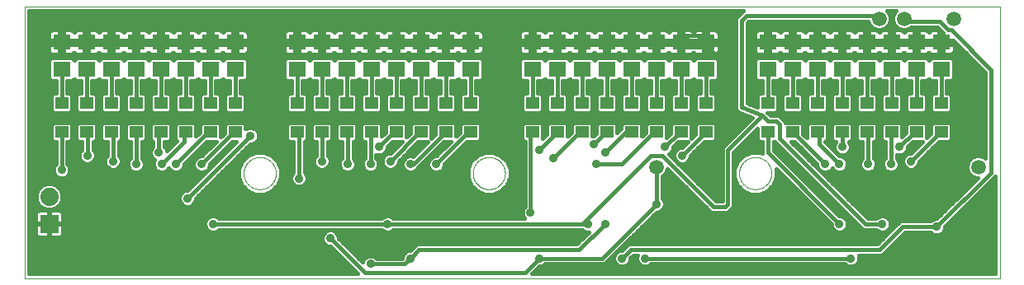
<source format=gtl>
G75*
%MOIN*%
%OFA0B0*%
%FSLAX25Y25*%
%IPPOS*%
%LPD*%
%AMOC8*
5,1,8,0,0,1.08239X$1,22.5*
%
%ADD10C,0.00000*%
%ADD11R,0.05512X0.04724*%
%ADD12R,0.07087X0.06299*%
%ADD13R,0.07400X0.07400*%
%ADD14C,0.07400*%
%ADD15C,0.05906*%
%ADD16C,0.01600*%
%ADD17C,0.03600*%
%ADD18C,0.03962*%
D10*
X0003250Y0001800D02*
X0003250Y0111761D01*
X0396951Y0111761D01*
X0396951Y0001800D01*
X0003250Y0001800D01*
X0091750Y0044300D02*
X0091752Y0044461D01*
X0091758Y0044621D01*
X0091768Y0044782D01*
X0091782Y0044942D01*
X0091800Y0045102D01*
X0091821Y0045261D01*
X0091847Y0045420D01*
X0091877Y0045578D01*
X0091910Y0045735D01*
X0091948Y0045892D01*
X0091989Y0046047D01*
X0092034Y0046201D01*
X0092083Y0046354D01*
X0092136Y0046506D01*
X0092192Y0046657D01*
X0092253Y0046806D01*
X0092316Y0046954D01*
X0092384Y0047100D01*
X0092455Y0047244D01*
X0092529Y0047386D01*
X0092607Y0047527D01*
X0092689Y0047665D01*
X0092774Y0047802D01*
X0092862Y0047936D01*
X0092954Y0048068D01*
X0093049Y0048198D01*
X0093147Y0048326D01*
X0093248Y0048451D01*
X0093352Y0048573D01*
X0093459Y0048693D01*
X0093569Y0048810D01*
X0093682Y0048925D01*
X0093798Y0049036D01*
X0093917Y0049145D01*
X0094038Y0049250D01*
X0094162Y0049353D01*
X0094288Y0049453D01*
X0094416Y0049549D01*
X0094547Y0049642D01*
X0094681Y0049732D01*
X0094816Y0049819D01*
X0094954Y0049902D01*
X0095093Y0049982D01*
X0095235Y0050058D01*
X0095378Y0050131D01*
X0095523Y0050200D01*
X0095670Y0050266D01*
X0095818Y0050328D01*
X0095968Y0050386D01*
X0096119Y0050441D01*
X0096272Y0050492D01*
X0096426Y0050539D01*
X0096581Y0050582D01*
X0096737Y0050621D01*
X0096893Y0050657D01*
X0097051Y0050688D01*
X0097209Y0050716D01*
X0097368Y0050740D01*
X0097528Y0050760D01*
X0097688Y0050776D01*
X0097848Y0050788D01*
X0098009Y0050796D01*
X0098170Y0050800D01*
X0098330Y0050800D01*
X0098491Y0050796D01*
X0098652Y0050788D01*
X0098812Y0050776D01*
X0098972Y0050760D01*
X0099132Y0050740D01*
X0099291Y0050716D01*
X0099449Y0050688D01*
X0099607Y0050657D01*
X0099763Y0050621D01*
X0099919Y0050582D01*
X0100074Y0050539D01*
X0100228Y0050492D01*
X0100381Y0050441D01*
X0100532Y0050386D01*
X0100682Y0050328D01*
X0100830Y0050266D01*
X0100977Y0050200D01*
X0101122Y0050131D01*
X0101265Y0050058D01*
X0101407Y0049982D01*
X0101546Y0049902D01*
X0101684Y0049819D01*
X0101819Y0049732D01*
X0101953Y0049642D01*
X0102084Y0049549D01*
X0102212Y0049453D01*
X0102338Y0049353D01*
X0102462Y0049250D01*
X0102583Y0049145D01*
X0102702Y0049036D01*
X0102818Y0048925D01*
X0102931Y0048810D01*
X0103041Y0048693D01*
X0103148Y0048573D01*
X0103252Y0048451D01*
X0103353Y0048326D01*
X0103451Y0048198D01*
X0103546Y0048068D01*
X0103638Y0047936D01*
X0103726Y0047802D01*
X0103811Y0047665D01*
X0103893Y0047527D01*
X0103971Y0047386D01*
X0104045Y0047244D01*
X0104116Y0047100D01*
X0104184Y0046954D01*
X0104247Y0046806D01*
X0104308Y0046657D01*
X0104364Y0046506D01*
X0104417Y0046354D01*
X0104466Y0046201D01*
X0104511Y0046047D01*
X0104552Y0045892D01*
X0104590Y0045735D01*
X0104623Y0045578D01*
X0104653Y0045420D01*
X0104679Y0045261D01*
X0104700Y0045102D01*
X0104718Y0044942D01*
X0104732Y0044782D01*
X0104742Y0044621D01*
X0104748Y0044461D01*
X0104750Y0044300D01*
X0104748Y0044139D01*
X0104742Y0043979D01*
X0104732Y0043818D01*
X0104718Y0043658D01*
X0104700Y0043498D01*
X0104679Y0043339D01*
X0104653Y0043180D01*
X0104623Y0043022D01*
X0104590Y0042865D01*
X0104552Y0042708D01*
X0104511Y0042553D01*
X0104466Y0042399D01*
X0104417Y0042246D01*
X0104364Y0042094D01*
X0104308Y0041943D01*
X0104247Y0041794D01*
X0104184Y0041646D01*
X0104116Y0041500D01*
X0104045Y0041356D01*
X0103971Y0041214D01*
X0103893Y0041073D01*
X0103811Y0040935D01*
X0103726Y0040798D01*
X0103638Y0040664D01*
X0103546Y0040532D01*
X0103451Y0040402D01*
X0103353Y0040274D01*
X0103252Y0040149D01*
X0103148Y0040027D01*
X0103041Y0039907D01*
X0102931Y0039790D01*
X0102818Y0039675D01*
X0102702Y0039564D01*
X0102583Y0039455D01*
X0102462Y0039350D01*
X0102338Y0039247D01*
X0102212Y0039147D01*
X0102084Y0039051D01*
X0101953Y0038958D01*
X0101819Y0038868D01*
X0101684Y0038781D01*
X0101546Y0038698D01*
X0101407Y0038618D01*
X0101265Y0038542D01*
X0101122Y0038469D01*
X0100977Y0038400D01*
X0100830Y0038334D01*
X0100682Y0038272D01*
X0100532Y0038214D01*
X0100381Y0038159D01*
X0100228Y0038108D01*
X0100074Y0038061D01*
X0099919Y0038018D01*
X0099763Y0037979D01*
X0099607Y0037943D01*
X0099449Y0037912D01*
X0099291Y0037884D01*
X0099132Y0037860D01*
X0098972Y0037840D01*
X0098812Y0037824D01*
X0098652Y0037812D01*
X0098491Y0037804D01*
X0098330Y0037800D01*
X0098170Y0037800D01*
X0098009Y0037804D01*
X0097848Y0037812D01*
X0097688Y0037824D01*
X0097528Y0037840D01*
X0097368Y0037860D01*
X0097209Y0037884D01*
X0097051Y0037912D01*
X0096893Y0037943D01*
X0096737Y0037979D01*
X0096581Y0038018D01*
X0096426Y0038061D01*
X0096272Y0038108D01*
X0096119Y0038159D01*
X0095968Y0038214D01*
X0095818Y0038272D01*
X0095670Y0038334D01*
X0095523Y0038400D01*
X0095378Y0038469D01*
X0095235Y0038542D01*
X0095093Y0038618D01*
X0094954Y0038698D01*
X0094816Y0038781D01*
X0094681Y0038868D01*
X0094547Y0038958D01*
X0094416Y0039051D01*
X0094288Y0039147D01*
X0094162Y0039247D01*
X0094038Y0039350D01*
X0093917Y0039455D01*
X0093798Y0039564D01*
X0093682Y0039675D01*
X0093569Y0039790D01*
X0093459Y0039907D01*
X0093352Y0040027D01*
X0093248Y0040149D01*
X0093147Y0040274D01*
X0093049Y0040402D01*
X0092954Y0040532D01*
X0092862Y0040664D01*
X0092774Y0040798D01*
X0092689Y0040935D01*
X0092607Y0041073D01*
X0092529Y0041214D01*
X0092455Y0041356D01*
X0092384Y0041500D01*
X0092316Y0041646D01*
X0092253Y0041794D01*
X0092192Y0041943D01*
X0092136Y0042094D01*
X0092083Y0042246D01*
X0092034Y0042399D01*
X0091989Y0042553D01*
X0091948Y0042708D01*
X0091910Y0042865D01*
X0091877Y0043022D01*
X0091847Y0043180D01*
X0091821Y0043339D01*
X0091800Y0043498D01*
X0091782Y0043658D01*
X0091768Y0043818D01*
X0091758Y0043979D01*
X0091752Y0044139D01*
X0091750Y0044300D01*
X0184250Y0044300D02*
X0184252Y0044461D01*
X0184258Y0044621D01*
X0184268Y0044782D01*
X0184282Y0044942D01*
X0184300Y0045102D01*
X0184321Y0045261D01*
X0184347Y0045420D01*
X0184377Y0045578D01*
X0184410Y0045735D01*
X0184448Y0045892D01*
X0184489Y0046047D01*
X0184534Y0046201D01*
X0184583Y0046354D01*
X0184636Y0046506D01*
X0184692Y0046657D01*
X0184753Y0046806D01*
X0184816Y0046954D01*
X0184884Y0047100D01*
X0184955Y0047244D01*
X0185029Y0047386D01*
X0185107Y0047527D01*
X0185189Y0047665D01*
X0185274Y0047802D01*
X0185362Y0047936D01*
X0185454Y0048068D01*
X0185549Y0048198D01*
X0185647Y0048326D01*
X0185748Y0048451D01*
X0185852Y0048573D01*
X0185959Y0048693D01*
X0186069Y0048810D01*
X0186182Y0048925D01*
X0186298Y0049036D01*
X0186417Y0049145D01*
X0186538Y0049250D01*
X0186662Y0049353D01*
X0186788Y0049453D01*
X0186916Y0049549D01*
X0187047Y0049642D01*
X0187181Y0049732D01*
X0187316Y0049819D01*
X0187454Y0049902D01*
X0187593Y0049982D01*
X0187735Y0050058D01*
X0187878Y0050131D01*
X0188023Y0050200D01*
X0188170Y0050266D01*
X0188318Y0050328D01*
X0188468Y0050386D01*
X0188619Y0050441D01*
X0188772Y0050492D01*
X0188926Y0050539D01*
X0189081Y0050582D01*
X0189237Y0050621D01*
X0189393Y0050657D01*
X0189551Y0050688D01*
X0189709Y0050716D01*
X0189868Y0050740D01*
X0190028Y0050760D01*
X0190188Y0050776D01*
X0190348Y0050788D01*
X0190509Y0050796D01*
X0190670Y0050800D01*
X0190830Y0050800D01*
X0190991Y0050796D01*
X0191152Y0050788D01*
X0191312Y0050776D01*
X0191472Y0050760D01*
X0191632Y0050740D01*
X0191791Y0050716D01*
X0191949Y0050688D01*
X0192107Y0050657D01*
X0192263Y0050621D01*
X0192419Y0050582D01*
X0192574Y0050539D01*
X0192728Y0050492D01*
X0192881Y0050441D01*
X0193032Y0050386D01*
X0193182Y0050328D01*
X0193330Y0050266D01*
X0193477Y0050200D01*
X0193622Y0050131D01*
X0193765Y0050058D01*
X0193907Y0049982D01*
X0194046Y0049902D01*
X0194184Y0049819D01*
X0194319Y0049732D01*
X0194453Y0049642D01*
X0194584Y0049549D01*
X0194712Y0049453D01*
X0194838Y0049353D01*
X0194962Y0049250D01*
X0195083Y0049145D01*
X0195202Y0049036D01*
X0195318Y0048925D01*
X0195431Y0048810D01*
X0195541Y0048693D01*
X0195648Y0048573D01*
X0195752Y0048451D01*
X0195853Y0048326D01*
X0195951Y0048198D01*
X0196046Y0048068D01*
X0196138Y0047936D01*
X0196226Y0047802D01*
X0196311Y0047665D01*
X0196393Y0047527D01*
X0196471Y0047386D01*
X0196545Y0047244D01*
X0196616Y0047100D01*
X0196684Y0046954D01*
X0196747Y0046806D01*
X0196808Y0046657D01*
X0196864Y0046506D01*
X0196917Y0046354D01*
X0196966Y0046201D01*
X0197011Y0046047D01*
X0197052Y0045892D01*
X0197090Y0045735D01*
X0197123Y0045578D01*
X0197153Y0045420D01*
X0197179Y0045261D01*
X0197200Y0045102D01*
X0197218Y0044942D01*
X0197232Y0044782D01*
X0197242Y0044621D01*
X0197248Y0044461D01*
X0197250Y0044300D01*
X0197248Y0044139D01*
X0197242Y0043979D01*
X0197232Y0043818D01*
X0197218Y0043658D01*
X0197200Y0043498D01*
X0197179Y0043339D01*
X0197153Y0043180D01*
X0197123Y0043022D01*
X0197090Y0042865D01*
X0197052Y0042708D01*
X0197011Y0042553D01*
X0196966Y0042399D01*
X0196917Y0042246D01*
X0196864Y0042094D01*
X0196808Y0041943D01*
X0196747Y0041794D01*
X0196684Y0041646D01*
X0196616Y0041500D01*
X0196545Y0041356D01*
X0196471Y0041214D01*
X0196393Y0041073D01*
X0196311Y0040935D01*
X0196226Y0040798D01*
X0196138Y0040664D01*
X0196046Y0040532D01*
X0195951Y0040402D01*
X0195853Y0040274D01*
X0195752Y0040149D01*
X0195648Y0040027D01*
X0195541Y0039907D01*
X0195431Y0039790D01*
X0195318Y0039675D01*
X0195202Y0039564D01*
X0195083Y0039455D01*
X0194962Y0039350D01*
X0194838Y0039247D01*
X0194712Y0039147D01*
X0194584Y0039051D01*
X0194453Y0038958D01*
X0194319Y0038868D01*
X0194184Y0038781D01*
X0194046Y0038698D01*
X0193907Y0038618D01*
X0193765Y0038542D01*
X0193622Y0038469D01*
X0193477Y0038400D01*
X0193330Y0038334D01*
X0193182Y0038272D01*
X0193032Y0038214D01*
X0192881Y0038159D01*
X0192728Y0038108D01*
X0192574Y0038061D01*
X0192419Y0038018D01*
X0192263Y0037979D01*
X0192107Y0037943D01*
X0191949Y0037912D01*
X0191791Y0037884D01*
X0191632Y0037860D01*
X0191472Y0037840D01*
X0191312Y0037824D01*
X0191152Y0037812D01*
X0190991Y0037804D01*
X0190830Y0037800D01*
X0190670Y0037800D01*
X0190509Y0037804D01*
X0190348Y0037812D01*
X0190188Y0037824D01*
X0190028Y0037840D01*
X0189868Y0037860D01*
X0189709Y0037884D01*
X0189551Y0037912D01*
X0189393Y0037943D01*
X0189237Y0037979D01*
X0189081Y0038018D01*
X0188926Y0038061D01*
X0188772Y0038108D01*
X0188619Y0038159D01*
X0188468Y0038214D01*
X0188318Y0038272D01*
X0188170Y0038334D01*
X0188023Y0038400D01*
X0187878Y0038469D01*
X0187735Y0038542D01*
X0187593Y0038618D01*
X0187454Y0038698D01*
X0187316Y0038781D01*
X0187181Y0038868D01*
X0187047Y0038958D01*
X0186916Y0039051D01*
X0186788Y0039147D01*
X0186662Y0039247D01*
X0186538Y0039350D01*
X0186417Y0039455D01*
X0186298Y0039564D01*
X0186182Y0039675D01*
X0186069Y0039790D01*
X0185959Y0039907D01*
X0185852Y0040027D01*
X0185748Y0040149D01*
X0185647Y0040274D01*
X0185549Y0040402D01*
X0185454Y0040532D01*
X0185362Y0040664D01*
X0185274Y0040798D01*
X0185189Y0040935D01*
X0185107Y0041073D01*
X0185029Y0041214D01*
X0184955Y0041356D01*
X0184884Y0041500D01*
X0184816Y0041646D01*
X0184753Y0041794D01*
X0184692Y0041943D01*
X0184636Y0042094D01*
X0184583Y0042246D01*
X0184534Y0042399D01*
X0184489Y0042553D01*
X0184448Y0042708D01*
X0184410Y0042865D01*
X0184377Y0043022D01*
X0184347Y0043180D01*
X0184321Y0043339D01*
X0184300Y0043498D01*
X0184282Y0043658D01*
X0184268Y0043818D01*
X0184258Y0043979D01*
X0184252Y0044139D01*
X0184250Y0044300D01*
X0291750Y0044300D02*
X0291752Y0044461D01*
X0291758Y0044621D01*
X0291768Y0044782D01*
X0291782Y0044942D01*
X0291800Y0045102D01*
X0291821Y0045261D01*
X0291847Y0045420D01*
X0291877Y0045578D01*
X0291910Y0045735D01*
X0291948Y0045892D01*
X0291989Y0046047D01*
X0292034Y0046201D01*
X0292083Y0046354D01*
X0292136Y0046506D01*
X0292192Y0046657D01*
X0292253Y0046806D01*
X0292316Y0046954D01*
X0292384Y0047100D01*
X0292455Y0047244D01*
X0292529Y0047386D01*
X0292607Y0047527D01*
X0292689Y0047665D01*
X0292774Y0047802D01*
X0292862Y0047936D01*
X0292954Y0048068D01*
X0293049Y0048198D01*
X0293147Y0048326D01*
X0293248Y0048451D01*
X0293352Y0048573D01*
X0293459Y0048693D01*
X0293569Y0048810D01*
X0293682Y0048925D01*
X0293798Y0049036D01*
X0293917Y0049145D01*
X0294038Y0049250D01*
X0294162Y0049353D01*
X0294288Y0049453D01*
X0294416Y0049549D01*
X0294547Y0049642D01*
X0294681Y0049732D01*
X0294816Y0049819D01*
X0294954Y0049902D01*
X0295093Y0049982D01*
X0295235Y0050058D01*
X0295378Y0050131D01*
X0295523Y0050200D01*
X0295670Y0050266D01*
X0295818Y0050328D01*
X0295968Y0050386D01*
X0296119Y0050441D01*
X0296272Y0050492D01*
X0296426Y0050539D01*
X0296581Y0050582D01*
X0296737Y0050621D01*
X0296893Y0050657D01*
X0297051Y0050688D01*
X0297209Y0050716D01*
X0297368Y0050740D01*
X0297528Y0050760D01*
X0297688Y0050776D01*
X0297848Y0050788D01*
X0298009Y0050796D01*
X0298170Y0050800D01*
X0298330Y0050800D01*
X0298491Y0050796D01*
X0298652Y0050788D01*
X0298812Y0050776D01*
X0298972Y0050760D01*
X0299132Y0050740D01*
X0299291Y0050716D01*
X0299449Y0050688D01*
X0299607Y0050657D01*
X0299763Y0050621D01*
X0299919Y0050582D01*
X0300074Y0050539D01*
X0300228Y0050492D01*
X0300381Y0050441D01*
X0300532Y0050386D01*
X0300682Y0050328D01*
X0300830Y0050266D01*
X0300977Y0050200D01*
X0301122Y0050131D01*
X0301265Y0050058D01*
X0301407Y0049982D01*
X0301546Y0049902D01*
X0301684Y0049819D01*
X0301819Y0049732D01*
X0301953Y0049642D01*
X0302084Y0049549D01*
X0302212Y0049453D01*
X0302338Y0049353D01*
X0302462Y0049250D01*
X0302583Y0049145D01*
X0302702Y0049036D01*
X0302818Y0048925D01*
X0302931Y0048810D01*
X0303041Y0048693D01*
X0303148Y0048573D01*
X0303252Y0048451D01*
X0303353Y0048326D01*
X0303451Y0048198D01*
X0303546Y0048068D01*
X0303638Y0047936D01*
X0303726Y0047802D01*
X0303811Y0047665D01*
X0303893Y0047527D01*
X0303971Y0047386D01*
X0304045Y0047244D01*
X0304116Y0047100D01*
X0304184Y0046954D01*
X0304247Y0046806D01*
X0304308Y0046657D01*
X0304364Y0046506D01*
X0304417Y0046354D01*
X0304466Y0046201D01*
X0304511Y0046047D01*
X0304552Y0045892D01*
X0304590Y0045735D01*
X0304623Y0045578D01*
X0304653Y0045420D01*
X0304679Y0045261D01*
X0304700Y0045102D01*
X0304718Y0044942D01*
X0304732Y0044782D01*
X0304742Y0044621D01*
X0304748Y0044461D01*
X0304750Y0044300D01*
X0304748Y0044139D01*
X0304742Y0043979D01*
X0304732Y0043818D01*
X0304718Y0043658D01*
X0304700Y0043498D01*
X0304679Y0043339D01*
X0304653Y0043180D01*
X0304623Y0043022D01*
X0304590Y0042865D01*
X0304552Y0042708D01*
X0304511Y0042553D01*
X0304466Y0042399D01*
X0304417Y0042246D01*
X0304364Y0042094D01*
X0304308Y0041943D01*
X0304247Y0041794D01*
X0304184Y0041646D01*
X0304116Y0041500D01*
X0304045Y0041356D01*
X0303971Y0041214D01*
X0303893Y0041073D01*
X0303811Y0040935D01*
X0303726Y0040798D01*
X0303638Y0040664D01*
X0303546Y0040532D01*
X0303451Y0040402D01*
X0303353Y0040274D01*
X0303252Y0040149D01*
X0303148Y0040027D01*
X0303041Y0039907D01*
X0302931Y0039790D01*
X0302818Y0039675D01*
X0302702Y0039564D01*
X0302583Y0039455D01*
X0302462Y0039350D01*
X0302338Y0039247D01*
X0302212Y0039147D01*
X0302084Y0039051D01*
X0301953Y0038958D01*
X0301819Y0038868D01*
X0301684Y0038781D01*
X0301546Y0038698D01*
X0301407Y0038618D01*
X0301265Y0038542D01*
X0301122Y0038469D01*
X0300977Y0038400D01*
X0300830Y0038334D01*
X0300682Y0038272D01*
X0300532Y0038214D01*
X0300381Y0038159D01*
X0300228Y0038108D01*
X0300074Y0038061D01*
X0299919Y0038018D01*
X0299763Y0037979D01*
X0299607Y0037943D01*
X0299449Y0037912D01*
X0299291Y0037884D01*
X0299132Y0037860D01*
X0298972Y0037840D01*
X0298812Y0037824D01*
X0298652Y0037812D01*
X0298491Y0037804D01*
X0298330Y0037800D01*
X0298170Y0037800D01*
X0298009Y0037804D01*
X0297848Y0037812D01*
X0297688Y0037824D01*
X0297528Y0037840D01*
X0297368Y0037860D01*
X0297209Y0037884D01*
X0297051Y0037912D01*
X0296893Y0037943D01*
X0296737Y0037979D01*
X0296581Y0038018D01*
X0296426Y0038061D01*
X0296272Y0038108D01*
X0296119Y0038159D01*
X0295968Y0038214D01*
X0295818Y0038272D01*
X0295670Y0038334D01*
X0295523Y0038400D01*
X0295378Y0038469D01*
X0295235Y0038542D01*
X0295093Y0038618D01*
X0294954Y0038698D01*
X0294816Y0038781D01*
X0294681Y0038868D01*
X0294547Y0038958D01*
X0294416Y0039051D01*
X0294288Y0039147D01*
X0294162Y0039247D01*
X0294038Y0039350D01*
X0293917Y0039455D01*
X0293798Y0039564D01*
X0293682Y0039675D01*
X0293569Y0039790D01*
X0293459Y0039907D01*
X0293352Y0040027D01*
X0293248Y0040149D01*
X0293147Y0040274D01*
X0293049Y0040402D01*
X0292954Y0040532D01*
X0292862Y0040664D01*
X0292774Y0040798D01*
X0292689Y0040935D01*
X0292607Y0041073D01*
X0292529Y0041214D01*
X0292455Y0041356D01*
X0292384Y0041500D01*
X0292316Y0041646D01*
X0292253Y0041794D01*
X0292192Y0041943D01*
X0292136Y0042094D01*
X0292083Y0042246D01*
X0292034Y0042399D01*
X0291989Y0042553D01*
X0291948Y0042708D01*
X0291910Y0042865D01*
X0291877Y0043022D01*
X0291847Y0043180D01*
X0291821Y0043339D01*
X0291800Y0043498D01*
X0291782Y0043658D01*
X0291768Y0043818D01*
X0291758Y0043979D01*
X0291752Y0044139D01*
X0291750Y0044300D01*
D11*
X0303250Y0060894D03*
X0313250Y0060894D03*
X0323250Y0060894D03*
X0333250Y0060894D03*
X0343250Y0060894D03*
X0353250Y0060894D03*
X0363250Y0060894D03*
X0373250Y0060894D03*
X0373250Y0072706D03*
X0363250Y0072706D03*
X0353250Y0072706D03*
X0343250Y0072706D03*
X0333250Y0072706D03*
X0323250Y0072706D03*
X0313250Y0072706D03*
X0303250Y0072706D03*
X0278250Y0072706D03*
X0268250Y0072706D03*
X0258250Y0072706D03*
X0248250Y0072706D03*
X0238250Y0072706D03*
X0228250Y0072706D03*
X0218250Y0072706D03*
X0208250Y0072706D03*
X0183250Y0072706D03*
X0173250Y0072706D03*
X0163250Y0072706D03*
X0153250Y0072706D03*
X0143250Y0072706D03*
X0133250Y0072706D03*
X0123250Y0072706D03*
X0113250Y0072706D03*
X0088250Y0072706D03*
X0078250Y0072706D03*
X0068250Y0072706D03*
X0058250Y0072706D03*
X0048250Y0072706D03*
X0038250Y0072706D03*
X0028250Y0072706D03*
X0018250Y0072706D03*
X0018250Y0060894D03*
X0028250Y0060894D03*
X0038250Y0060894D03*
X0048250Y0060894D03*
X0058250Y0060894D03*
X0068250Y0060894D03*
X0078250Y0060894D03*
X0088250Y0060894D03*
X0113250Y0060894D03*
X0123250Y0060894D03*
X0133250Y0060894D03*
X0143250Y0060894D03*
X0153250Y0060894D03*
X0163250Y0060894D03*
X0173250Y0060894D03*
X0183250Y0060894D03*
X0208250Y0060894D03*
X0218250Y0060894D03*
X0228250Y0060894D03*
X0238250Y0060894D03*
X0248250Y0060894D03*
X0258250Y0060894D03*
X0268250Y0060894D03*
X0278250Y0060894D03*
D12*
X0278250Y0086288D03*
X0268250Y0086288D03*
X0258250Y0086288D03*
X0248250Y0086288D03*
X0238250Y0086288D03*
X0228250Y0086288D03*
X0218250Y0086288D03*
X0208250Y0086288D03*
X0183250Y0086288D03*
X0173250Y0086288D03*
X0163250Y0086288D03*
X0153250Y0086288D03*
X0143250Y0086288D03*
X0133250Y0086288D03*
X0123250Y0086288D03*
X0113250Y0086288D03*
X0088250Y0086288D03*
X0078250Y0086288D03*
X0068250Y0086288D03*
X0058250Y0086288D03*
X0048250Y0086288D03*
X0038250Y0086288D03*
X0028250Y0086288D03*
X0018250Y0086288D03*
X0018250Y0097312D03*
X0028250Y0097312D03*
X0038250Y0097312D03*
X0048250Y0097312D03*
X0058250Y0097312D03*
X0068250Y0097312D03*
X0078250Y0097312D03*
X0088250Y0097312D03*
X0113250Y0097312D03*
X0123250Y0097312D03*
X0133250Y0097312D03*
X0143250Y0097312D03*
X0153250Y0097312D03*
X0163250Y0097312D03*
X0173250Y0097312D03*
X0183250Y0097312D03*
X0208250Y0097312D03*
X0218250Y0097312D03*
X0228250Y0097312D03*
X0238250Y0097312D03*
X0248250Y0097312D03*
X0258250Y0097312D03*
X0268250Y0097312D03*
X0278250Y0097312D03*
X0303250Y0097312D03*
X0313250Y0097312D03*
X0323250Y0097312D03*
X0333250Y0097312D03*
X0343250Y0097312D03*
X0353250Y0097312D03*
X0363250Y0097312D03*
X0373250Y0097312D03*
X0373250Y0086288D03*
X0363250Y0086288D03*
X0353250Y0086288D03*
X0343250Y0086288D03*
X0333250Y0086288D03*
X0323250Y0086288D03*
X0313250Y0086288D03*
X0303250Y0086288D03*
D13*
X0013250Y0023800D03*
D14*
X0013250Y0034800D03*
D15*
X0258250Y0046800D03*
X0388250Y0046800D03*
X0378250Y0106800D03*
X0358250Y0106800D03*
X0348250Y0106800D03*
X0258250Y0106800D03*
D16*
X0259025Y0102261D02*
X0259025Y0098087D01*
X0257475Y0098087D01*
X0257475Y0102261D01*
X0254470Y0102261D01*
X0254012Y0102139D01*
X0253601Y0101902D01*
X0253266Y0101567D01*
X0253250Y0101538D01*
X0253234Y0101567D01*
X0252899Y0101902D01*
X0252488Y0102139D01*
X0252030Y0102261D01*
X0249025Y0102261D01*
X0249025Y0098087D01*
X0247475Y0098087D01*
X0247475Y0102261D01*
X0244470Y0102261D01*
X0244012Y0102139D01*
X0243601Y0101902D01*
X0243266Y0101567D01*
X0243250Y0101538D01*
X0243234Y0101567D01*
X0242899Y0101902D01*
X0242488Y0102139D01*
X0242030Y0102261D01*
X0239025Y0102261D01*
X0239025Y0098087D01*
X0237475Y0098087D01*
X0237475Y0102261D01*
X0234470Y0102261D01*
X0234012Y0102139D01*
X0233601Y0101902D01*
X0233266Y0101567D01*
X0233250Y0101538D01*
X0233234Y0101567D01*
X0232899Y0101902D01*
X0232488Y0102139D01*
X0232030Y0102261D01*
X0229025Y0102261D01*
X0229025Y0098087D01*
X0227475Y0098087D01*
X0227475Y0102261D01*
X0224470Y0102261D01*
X0224012Y0102139D01*
X0223601Y0101902D01*
X0223266Y0101567D01*
X0223250Y0101538D01*
X0223234Y0101567D01*
X0222899Y0101902D01*
X0222488Y0102139D01*
X0222030Y0102261D01*
X0219025Y0102261D01*
X0219025Y0098087D01*
X0217475Y0098087D01*
X0217475Y0102261D01*
X0214470Y0102261D01*
X0214012Y0102139D01*
X0213601Y0101902D01*
X0213266Y0101567D01*
X0213250Y0101538D01*
X0213234Y0101567D01*
X0212899Y0101902D01*
X0212488Y0102139D01*
X0212030Y0102261D01*
X0209025Y0102261D01*
X0209025Y0098087D01*
X0207475Y0098087D01*
X0207475Y0102261D01*
X0204470Y0102261D01*
X0204012Y0102139D01*
X0203601Y0101902D01*
X0203266Y0101567D01*
X0203029Y0101156D01*
X0202907Y0100698D01*
X0202907Y0098087D01*
X0207475Y0098087D01*
X0207475Y0096537D01*
X0202907Y0096537D01*
X0202907Y0093925D01*
X0203029Y0093467D01*
X0203266Y0093057D01*
X0203601Y0092722D01*
X0204012Y0092485D01*
X0204470Y0092362D01*
X0207475Y0092362D01*
X0207475Y0096537D01*
X0209025Y0096537D01*
X0209025Y0098087D01*
X0217475Y0098087D01*
X0217475Y0096537D01*
X0212907Y0096537D01*
X0209025Y0096537D01*
X0209025Y0092362D01*
X0212030Y0092362D01*
X0212488Y0092485D01*
X0212899Y0092722D01*
X0213234Y0093057D01*
X0213250Y0093085D01*
X0213266Y0093057D01*
X0213601Y0092722D01*
X0214012Y0092485D01*
X0214470Y0092362D01*
X0217475Y0092362D01*
X0217475Y0096537D01*
X0219025Y0096537D01*
X0219025Y0098087D01*
X0227475Y0098087D01*
X0227475Y0096537D01*
X0222907Y0096537D01*
X0219025Y0096537D01*
X0219025Y0092362D01*
X0222030Y0092362D01*
X0222488Y0092485D01*
X0222899Y0092722D01*
X0223234Y0093057D01*
X0223250Y0093085D01*
X0223266Y0093057D01*
X0223601Y0092722D01*
X0224012Y0092485D01*
X0224470Y0092362D01*
X0227475Y0092362D01*
X0227475Y0096537D01*
X0229025Y0096537D01*
X0229025Y0098087D01*
X0237475Y0098087D01*
X0237475Y0096537D01*
X0232907Y0096537D01*
X0229025Y0096537D01*
X0229025Y0092362D01*
X0232030Y0092362D01*
X0232488Y0092485D01*
X0232899Y0092722D01*
X0233234Y0093057D01*
X0233250Y0093085D01*
X0233266Y0093057D01*
X0233601Y0092722D01*
X0234012Y0092485D01*
X0234470Y0092362D01*
X0237475Y0092362D01*
X0237475Y0096537D01*
X0239025Y0096537D01*
X0239025Y0098087D01*
X0247475Y0098087D01*
X0247475Y0096537D01*
X0243593Y0096537D01*
X0239025Y0096537D01*
X0239025Y0092362D01*
X0242030Y0092362D01*
X0242488Y0092485D01*
X0242899Y0092722D01*
X0243234Y0093057D01*
X0243250Y0093085D01*
X0243266Y0093057D01*
X0243601Y0092722D01*
X0244012Y0092485D01*
X0244470Y0092362D01*
X0247475Y0092362D01*
X0247475Y0096537D01*
X0249025Y0096537D01*
X0249025Y0098087D01*
X0257475Y0098087D01*
X0257475Y0096537D01*
X0253593Y0096537D01*
X0249025Y0096537D01*
X0249025Y0092362D01*
X0252030Y0092362D01*
X0252488Y0092485D01*
X0252899Y0092722D01*
X0253234Y0093057D01*
X0253250Y0093085D01*
X0253266Y0093057D01*
X0253601Y0092722D01*
X0254012Y0092485D01*
X0254470Y0092362D01*
X0257475Y0092362D01*
X0257475Y0096537D01*
X0259025Y0096537D01*
X0259025Y0098087D01*
X0267475Y0098087D01*
X0267475Y0102261D01*
X0264470Y0102261D01*
X0264012Y0102139D01*
X0263601Y0101902D01*
X0263266Y0101567D01*
X0263250Y0101538D01*
X0263234Y0101567D01*
X0262899Y0101902D01*
X0262488Y0102139D01*
X0262030Y0102261D01*
X0259025Y0102261D01*
X0259025Y0100908D02*
X0257475Y0100908D01*
X0257475Y0099309D02*
X0259025Y0099309D01*
X0259025Y0097711D02*
X0267475Y0097711D01*
X0267475Y0098087D02*
X0267475Y0096537D01*
X0262907Y0096537D01*
X0259025Y0096537D01*
X0259025Y0092362D01*
X0262030Y0092362D01*
X0262488Y0092485D01*
X0262899Y0092722D01*
X0263234Y0093057D01*
X0263250Y0093085D01*
X0263266Y0093057D01*
X0263601Y0092722D01*
X0264012Y0092485D01*
X0264470Y0092362D01*
X0267475Y0092362D01*
X0267475Y0096537D01*
X0269025Y0096537D01*
X0269025Y0098087D01*
X0267475Y0098087D01*
X0267592Y0098764D02*
X0266437Y0097609D01*
X0266437Y0096455D01*
X0267592Y0095301D01*
X0279135Y0095301D01*
X0283752Y0090683D01*
X0283752Y0034121D01*
X0284907Y0033770D02*
X0281597Y0033770D01*
X0282400Y0032967D02*
X0263396Y0051971D01*
X0263694Y0052094D01*
X0264625Y0053025D01*
X0265129Y0054241D01*
X0265129Y0054943D01*
X0267209Y0057024D01*
X0271069Y0057024D01*
X0268790Y0054745D01*
X0268088Y0054745D01*
X0266872Y0054241D01*
X0265941Y0053310D01*
X0265437Y0052094D01*
X0265437Y0050778D01*
X0265941Y0049562D01*
X0266872Y0048631D01*
X0268088Y0048128D01*
X0269404Y0048128D01*
X0270620Y0048631D01*
X0271551Y0049562D01*
X0272055Y0050778D01*
X0272055Y0051480D01*
X0277598Y0057024D01*
X0281631Y0057024D01*
X0282515Y0057907D01*
X0282515Y0063882D01*
X0281631Y0064765D01*
X0274869Y0064765D01*
X0273985Y0063882D01*
X0273985Y0059941D01*
X0272515Y0058470D01*
X0272515Y0063882D01*
X0271631Y0064765D01*
X0264869Y0064765D01*
X0263985Y0063882D01*
X0263985Y0060330D01*
X0262515Y0058859D01*
X0262515Y0063882D01*
X0261631Y0064765D01*
X0254869Y0064765D01*
X0253985Y0063882D01*
X0253985Y0060718D01*
X0252515Y0059248D01*
X0252515Y0063882D01*
X0251631Y0064765D01*
X0244869Y0064765D01*
X0243985Y0063882D01*
X0243985Y0062262D01*
X0242515Y0060791D01*
X0242515Y0063882D01*
X0241631Y0064765D01*
X0234869Y0064765D01*
X0233985Y0063882D01*
X0233985Y0060342D01*
X0233006Y0059362D01*
X0232515Y0059362D01*
X0232515Y0063882D01*
X0231631Y0064765D01*
X0224869Y0064765D01*
X0223985Y0063882D01*
X0223985Y0060731D01*
X0222515Y0059260D01*
X0222515Y0063882D01*
X0221631Y0064765D01*
X0214869Y0064765D01*
X0213985Y0063882D01*
X0213985Y0059966D01*
X0212515Y0058495D01*
X0212515Y0063882D01*
X0211631Y0064765D01*
X0204869Y0064765D01*
X0203985Y0063882D01*
X0203985Y0057907D01*
X0204869Y0057024D01*
X0205258Y0057024D01*
X0205258Y0030720D01*
X0204762Y0030224D01*
X0204258Y0029008D01*
X0204258Y0027691D01*
X0204762Y0026475D01*
X0205196Y0026041D01*
X0152220Y0026041D01*
X0151724Y0026537D01*
X0150508Y0027041D01*
X0149192Y0027041D01*
X0147976Y0026537D01*
X0147480Y0026041D01*
X0081806Y0026041D01*
X0081310Y0026537D01*
X0080094Y0027041D01*
X0078778Y0027041D01*
X0077562Y0026537D01*
X0076631Y0025606D01*
X0076127Y0024390D01*
X0076127Y0023074D01*
X0076631Y0021858D01*
X0077562Y0020927D01*
X0078778Y0020424D01*
X0080094Y0020424D01*
X0081310Y0020927D01*
X0081806Y0021424D01*
X0147480Y0021424D01*
X0147976Y0020927D01*
X0149192Y0020424D01*
X0150508Y0020424D01*
X0151724Y0020927D01*
X0152220Y0021424D01*
X0228283Y0021424D01*
X0228779Y0020927D01*
X0229995Y0020424D01*
X0231006Y0020424D01*
X0226234Y0015652D01*
X0161591Y0015652D01*
X0159128Y0013189D01*
X0158427Y0013189D01*
X0157210Y0012685D01*
X0156280Y0011755D01*
X0155776Y0010538D01*
X0155776Y0009880D01*
X0145294Y0009880D01*
X0144798Y0010377D01*
X0143582Y0010880D01*
X0142266Y0010880D01*
X0141050Y0010377D01*
X0140119Y0009446D01*
X0139657Y0008331D01*
X0130072Y0017917D01*
X0130072Y0018619D01*
X0129568Y0019835D01*
X0128638Y0020766D01*
X0127422Y0021269D01*
X0126105Y0021269D01*
X0124889Y0020766D01*
X0123958Y0019835D01*
X0123455Y0018619D01*
X0123455Y0017302D01*
X0123958Y0016086D01*
X0124889Y0015156D01*
X0126105Y0014652D01*
X0126807Y0014652D01*
X0137875Y0003584D01*
X0005034Y0003584D01*
X0005034Y0109976D01*
X0293243Y0109976D01*
X0291648Y0108381D01*
X0290296Y0107029D01*
X0290296Y0071514D01*
X0290105Y0071049D01*
X0290296Y0070595D01*
X0290296Y0070104D01*
X0290651Y0069748D01*
X0290845Y0069285D01*
X0291300Y0069099D01*
X0291648Y0068751D01*
X0292150Y0068751D01*
X0296980Y0066775D01*
X0286259Y0056054D01*
X0284907Y0054701D01*
X0284907Y0032967D01*
X0282400Y0032967D01*
X0286061Y0030658D02*
X0287215Y0031813D01*
X0287215Y0053745D01*
X0301067Y0067597D01*
X0292604Y0071060D01*
X0292604Y0106072D01*
X0294722Y0108190D01*
X0347241Y0108190D01*
X0348250Y0106800D01*
X0352209Y0108900D02*
X0354291Y0108900D01*
X0354468Y0109327D02*
X0353789Y0107687D01*
X0353789Y0105913D01*
X0354468Y0104273D01*
X0355723Y0103018D01*
X0357363Y0102339D01*
X0359137Y0102339D01*
X0360777Y0103018D01*
X0361140Y0103381D01*
X0371680Y0103381D01*
X0373790Y0101270D01*
X0374025Y0101036D01*
X0374025Y0098087D01*
X0372475Y0098087D01*
X0372475Y0102261D01*
X0369470Y0102261D01*
X0369012Y0102139D01*
X0368601Y0101902D01*
X0368266Y0101567D01*
X0368250Y0101538D01*
X0368234Y0101567D01*
X0367899Y0101902D01*
X0367488Y0102139D01*
X0367030Y0102261D01*
X0364025Y0102261D01*
X0364025Y0098087D01*
X0362475Y0098087D01*
X0362475Y0102261D01*
X0359470Y0102261D01*
X0359012Y0102139D01*
X0358601Y0101902D01*
X0358266Y0101567D01*
X0358250Y0101538D01*
X0358234Y0101567D01*
X0357899Y0101902D01*
X0357488Y0102139D01*
X0357030Y0102261D01*
X0354025Y0102261D01*
X0354025Y0098087D01*
X0352475Y0098087D01*
X0352475Y0102261D01*
X0349470Y0102261D01*
X0349012Y0102139D01*
X0348601Y0101902D01*
X0348266Y0101567D01*
X0348250Y0101538D01*
X0348234Y0101567D01*
X0347899Y0101902D01*
X0347488Y0102139D01*
X0347030Y0102261D01*
X0344025Y0102261D01*
X0344025Y0098087D01*
X0342475Y0098087D01*
X0342475Y0102261D01*
X0339470Y0102261D01*
X0339012Y0102139D01*
X0338601Y0101902D01*
X0338266Y0101567D01*
X0338250Y0101538D01*
X0338234Y0101567D01*
X0337899Y0101902D01*
X0337488Y0102139D01*
X0337030Y0102261D01*
X0334025Y0102261D01*
X0334025Y0098087D01*
X0332475Y0098087D01*
X0332475Y0102261D01*
X0329470Y0102261D01*
X0329012Y0102139D01*
X0328601Y0101902D01*
X0328266Y0101567D01*
X0328250Y0101538D01*
X0328234Y0101567D01*
X0327899Y0101902D01*
X0327488Y0102139D01*
X0327030Y0102261D01*
X0324025Y0102261D01*
X0324025Y0098087D01*
X0322475Y0098087D01*
X0322475Y0102261D01*
X0319470Y0102261D01*
X0319012Y0102139D01*
X0318601Y0101902D01*
X0318266Y0101567D01*
X0318250Y0101538D01*
X0318234Y0101567D01*
X0317899Y0101902D01*
X0317488Y0102139D01*
X0317030Y0102261D01*
X0314025Y0102261D01*
X0314025Y0098087D01*
X0312475Y0098087D01*
X0312475Y0102261D01*
X0309470Y0102261D01*
X0309012Y0102139D01*
X0308601Y0101902D01*
X0308266Y0101567D01*
X0308250Y0101538D01*
X0308234Y0101567D01*
X0307899Y0101902D01*
X0307488Y0102139D01*
X0307030Y0102261D01*
X0304025Y0102261D01*
X0304025Y0098087D01*
X0302475Y0098087D01*
X0302475Y0102261D01*
X0299470Y0102261D01*
X0299012Y0102139D01*
X0298601Y0101902D01*
X0298266Y0101567D01*
X0298029Y0101156D01*
X0297907Y0100698D01*
X0297907Y0098087D01*
X0302475Y0098087D01*
X0302475Y0096537D01*
X0297907Y0096537D01*
X0297907Y0093925D01*
X0298029Y0093467D01*
X0298266Y0093057D01*
X0298601Y0092722D01*
X0299012Y0092485D01*
X0299470Y0092362D01*
X0302475Y0092362D01*
X0302475Y0096537D01*
X0304025Y0096537D01*
X0304025Y0098087D01*
X0312475Y0098087D01*
X0312475Y0096537D01*
X0307907Y0096537D01*
X0304025Y0096537D01*
X0304025Y0092362D01*
X0307030Y0092362D01*
X0307488Y0092485D01*
X0307899Y0092722D01*
X0308234Y0093057D01*
X0308250Y0093085D01*
X0308266Y0093057D01*
X0308601Y0092722D01*
X0309012Y0092485D01*
X0309470Y0092362D01*
X0312475Y0092362D01*
X0312475Y0096537D01*
X0314025Y0096537D01*
X0314025Y0098087D01*
X0322475Y0098087D01*
X0322475Y0096537D01*
X0318593Y0096537D01*
X0314025Y0096537D01*
X0314025Y0092362D01*
X0317030Y0092362D01*
X0317488Y0092485D01*
X0317899Y0092722D01*
X0318234Y0093057D01*
X0318250Y0093085D01*
X0318266Y0093057D01*
X0318601Y0092722D01*
X0319012Y0092485D01*
X0319470Y0092362D01*
X0322475Y0092362D01*
X0322475Y0096537D01*
X0324025Y0096537D01*
X0324025Y0098087D01*
X0332475Y0098087D01*
X0332475Y0096537D01*
X0328593Y0096537D01*
X0324025Y0096537D01*
X0324025Y0092362D01*
X0327030Y0092362D01*
X0327488Y0092485D01*
X0327899Y0092722D01*
X0328234Y0093057D01*
X0328250Y0093085D01*
X0328266Y0093057D01*
X0328601Y0092722D01*
X0329012Y0092485D01*
X0329470Y0092362D01*
X0332475Y0092362D01*
X0332475Y0096537D01*
X0334025Y0096537D01*
X0334025Y0098087D01*
X0342475Y0098087D01*
X0342475Y0096537D01*
X0337907Y0096537D01*
X0334025Y0096537D01*
X0334025Y0092362D01*
X0337030Y0092362D01*
X0337488Y0092485D01*
X0337899Y0092722D01*
X0338234Y0093057D01*
X0338250Y0093085D01*
X0338266Y0093057D01*
X0338601Y0092722D01*
X0339012Y0092485D01*
X0339470Y0092362D01*
X0342475Y0092362D01*
X0342475Y0096537D01*
X0344025Y0096537D01*
X0344025Y0098087D01*
X0352475Y0098087D01*
X0352475Y0096537D01*
X0347907Y0096537D01*
X0344025Y0096537D01*
X0344025Y0092362D01*
X0347030Y0092362D01*
X0347488Y0092485D01*
X0347899Y0092722D01*
X0348234Y0093057D01*
X0348250Y0093085D01*
X0348266Y0093057D01*
X0348601Y0092722D01*
X0349012Y0092485D01*
X0349470Y0092362D01*
X0352475Y0092362D01*
X0352475Y0096537D01*
X0354025Y0096537D01*
X0354025Y0098087D01*
X0362475Y0098087D01*
X0362475Y0096537D01*
X0357907Y0096537D01*
X0354025Y0096537D01*
X0354025Y0092362D01*
X0357030Y0092362D01*
X0357488Y0092485D01*
X0357899Y0092722D01*
X0358234Y0093057D01*
X0358250Y0093085D01*
X0358266Y0093057D01*
X0358601Y0092722D01*
X0359012Y0092485D01*
X0359470Y0092362D01*
X0362475Y0092362D01*
X0362475Y0096537D01*
X0364025Y0096537D01*
X0364025Y0098087D01*
X0372475Y0098087D01*
X0372475Y0096537D01*
X0368593Y0096537D01*
X0364025Y0096537D01*
X0364025Y0092362D01*
X0367030Y0092362D01*
X0367488Y0092485D01*
X0367899Y0092722D01*
X0368234Y0093057D01*
X0368250Y0093085D01*
X0368266Y0093057D01*
X0368601Y0092722D01*
X0369012Y0092485D01*
X0369470Y0092362D01*
X0372475Y0092362D01*
X0372475Y0096537D01*
X0374025Y0096537D01*
X0374025Y0098087D01*
X0378128Y0098087D01*
X0391105Y0085110D01*
X0391105Y0050254D01*
X0390777Y0050582D01*
X0389137Y0051261D01*
X0387363Y0051261D01*
X0385723Y0050582D01*
X0384468Y0049327D01*
X0383789Y0047687D01*
X0383789Y0045913D01*
X0384468Y0044273D01*
X0385723Y0043018D01*
X0387363Y0042339D01*
X0387977Y0042339D01*
X0371525Y0025887D01*
X0370823Y0025887D01*
X0369607Y0025383D01*
X0369111Y0024887D01*
X0356673Y0024887D01*
X0347439Y0015652D01*
X0247012Y0015652D01*
X0244549Y0013189D01*
X0243847Y0013189D01*
X0242631Y0012685D01*
X0241700Y0011755D01*
X0241196Y0010538D01*
X0241196Y0009222D01*
X0241700Y0008006D01*
X0242631Y0007075D01*
X0243847Y0006572D01*
X0245163Y0006572D01*
X0246379Y0007075D01*
X0247310Y0008006D01*
X0247814Y0009222D01*
X0247814Y0009924D01*
X0248924Y0011035D01*
X0250637Y0011035D01*
X0250431Y0010538D01*
X0250431Y0009222D01*
X0250935Y0008006D01*
X0251866Y0007075D01*
X0253082Y0006572D01*
X0254398Y0006572D01*
X0255614Y0007075D01*
X0256110Y0007572D01*
X0334481Y0007572D01*
X0334977Y0007075D01*
X0336193Y0006572D01*
X0337510Y0006572D01*
X0338726Y0007075D01*
X0339657Y0008006D01*
X0340160Y0009222D01*
X0340160Y0010538D01*
X0339955Y0011035D01*
X0349351Y0011035D01*
X0350704Y0012387D01*
X0358586Y0020269D01*
X0369111Y0020269D01*
X0369607Y0019773D01*
X0370823Y0019269D01*
X0372140Y0019269D01*
X0373356Y0019773D01*
X0374286Y0020704D01*
X0374790Y0021920D01*
X0374790Y0022622D01*
X0395167Y0042998D01*
X0395167Y0003584D01*
X0207998Y0003584D01*
X0210986Y0006572D01*
X0211688Y0006572D01*
X0212904Y0007075D01*
X0213400Y0007572D01*
X0237381Y0007572D01*
X0258313Y0028504D01*
X0259015Y0028504D01*
X0260231Y0029008D01*
X0261162Y0029938D01*
X0261666Y0031154D01*
X0261666Y0032471D01*
X0261162Y0033687D01*
X0260666Y0034183D01*
X0260666Y0042972D01*
X0260777Y0043018D01*
X0262032Y0044273D01*
X0262711Y0045913D01*
X0262711Y0046126D01*
X0280487Y0028350D01*
X0287017Y0028350D01*
X0288370Y0029702D01*
X0289524Y0030856D01*
X0289524Y0052789D01*
X0298985Y0062250D01*
X0298985Y0057907D01*
X0299869Y0057024D01*
X0301067Y0057024D01*
X0301067Y0052333D01*
X0299941Y0052800D01*
X0296559Y0052800D01*
X0293435Y0051506D01*
X0291044Y0049115D01*
X0291044Y0049115D01*
X0289750Y0045991D01*
X0289750Y0042609D01*
X0291044Y0039485D01*
X0293435Y0037094D01*
X0293435Y0037094D01*
X0296559Y0035800D01*
X0299941Y0035800D01*
X0303065Y0037094D01*
X0305456Y0039485D01*
X0305456Y0039485D01*
X0306750Y0042609D01*
X0306750Y0045952D01*
X0328926Y0023776D01*
X0328926Y0023074D01*
X0329429Y0021858D01*
X0330360Y0020927D01*
X0331576Y0020424D01*
X0332892Y0020424D01*
X0334108Y0020927D01*
X0335039Y0021858D01*
X0335543Y0023074D01*
X0335543Y0024390D01*
X0335039Y0025606D01*
X0334108Y0026537D01*
X0332892Y0027041D01*
X0332191Y0027041D01*
X0305685Y0053547D01*
X0305685Y0057024D01*
X0306067Y0057024D01*
X0340315Y0022776D01*
X0341667Y0021424D01*
X0347179Y0021424D01*
X0347675Y0020927D01*
X0348891Y0020424D01*
X0350207Y0020424D01*
X0351423Y0020927D01*
X0352354Y0021858D01*
X0352858Y0023074D01*
X0352858Y0024390D01*
X0352354Y0025606D01*
X0351423Y0026537D01*
X0350207Y0027041D01*
X0348891Y0027041D01*
X0347675Y0026537D01*
X0347179Y0026041D01*
X0343580Y0026041D01*
X0312597Y0057024D01*
X0314147Y0057024D01*
X0323154Y0048017D01*
X0323154Y0047315D01*
X0323658Y0046099D01*
X0324588Y0045168D01*
X0325804Y0044665D01*
X0327121Y0044665D01*
X0328337Y0045168D01*
X0329268Y0046099D01*
X0329348Y0046294D01*
X0329429Y0046099D01*
X0330360Y0045168D01*
X0331576Y0044665D01*
X0332892Y0044665D01*
X0334108Y0045168D01*
X0335039Y0046099D01*
X0335543Y0047315D01*
X0335543Y0048631D01*
X0335039Y0049847D01*
X0334108Y0050778D01*
X0332892Y0051282D01*
X0332191Y0051282D01*
X0326463Y0057010D01*
X0326463Y0057024D01*
X0326631Y0057024D01*
X0327515Y0057907D01*
X0327515Y0063882D01*
X0326631Y0064765D01*
X0319869Y0064765D01*
X0318985Y0063882D01*
X0318985Y0058715D01*
X0317515Y0060186D01*
X0317515Y0063882D01*
X0316631Y0064765D01*
X0310302Y0064765D01*
X0310302Y0065090D01*
X0308950Y0066443D01*
X0307795Y0067597D01*
X0304332Y0067597D01*
X0303376Y0068553D01*
X0303376Y0068553D01*
X0303094Y0068835D01*
X0306631Y0068835D01*
X0307515Y0069718D01*
X0307515Y0075693D01*
X0306631Y0076576D01*
X0305559Y0076576D01*
X0305559Y0081630D01*
X0307418Y0081630D01*
X0308250Y0082462D01*
X0309082Y0081630D01*
X0310941Y0081630D01*
X0310941Y0076576D01*
X0309869Y0076576D01*
X0308985Y0075693D01*
X0308985Y0069718D01*
X0309869Y0068835D01*
X0316631Y0068835D01*
X0317515Y0069718D01*
X0317515Y0075693D01*
X0316631Y0076576D01*
X0315559Y0076576D01*
X0315559Y0081630D01*
X0317418Y0081630D01*
X0318250Y0082462D01*
X0319082Y0081630D01*
X0320941Y0081630D01*
X0320941Y0076576D01*
X0319869Y0076576D01*
X0318985Y0075693D01*
X0318985Y0069718D01*
X0319869Y0068835D01*
X0326631Y0068835D01*
X0327515Y0069718D01*
X0327515Y0075693D01*
X0326631Y0076576D01*
X0325559Y0076576D01*
X0325559Y0081630D01*
X0327418Y0081630D01*
X0328250Y0082462D01*
X0329082Y0081630D01*
X0330941Y0081630D01*
X0330941Y0076576D01*
X0329869Y0076576D01*
X0328985Y0075693D01*
X0328985Y0069718D01*
X0329869Y0068835D01*
X0336631Y0068835D01*
X0337515Y0069718D01*
X0337515Y0075693D01*
X0336631Y0076576D01*
X0335559Y0076576D01*
X0335559Y0081630D01*
X0337418Y0081630D01*
X0338250Y0082462D01*
X0339082Y0081630D01*
X0340941Y0081630D01*
X0340941Y0076576D01*
X0339869Y0076576D01*
X0338985Y0075693D01*
X0338985Y0069718D01*
X0339869Y0068835D01*
X0346631Y0068835D01*
X0347515Y0069718D01*
X0347515Y0075693D01*
X0346631Y0076576D01*
X0345559Y0076576D01*
X0345559Y0081630D01*
X0347418Y0081630D01*
X0348250Y0082462D01*
X0349082Y0081630D01*
X0350941Y0081630D01*
X0350941Y0076576D01*
X0349869Y0076576D01*
X0348985Y0075693D01*
X0348985Y0069718D01*
X0349869Y0068835D01*
X0356631Y0068835D01*
X0357515Y0069718D01*
X0357515Y0075693D01*
X0356631Y0076576D01*
X0355559Y0076576D01*
X0355559Y0081630D01*
X0357418Y0081630D01*
X0358250Y0082462D01*
X0359082Y0081630D01*
X0360941Y0081630D01*
X0360941Y0076576D01*
X0359869Y0076576D01*
X0358985Y0075693D01*
X0358985Y0069718D01*
X0359869Y0068835D01*
X0366631Y0068835D01*
X0367515Y0069718D01*
X0367515Y0075693D01*
X0366631Y0076576D01*
X0365559Y0076576D01*
X0365559Y0081630D01*
X0367418Y0081630D01*
X0368250Y0082462D01*
X0369082Y0081630D01*
X0370941Y0081630D01*
X0370941Y0076576D01*
X0369869Y0076576D01*
X0368985Y0075693D01*
X0368985Y0069718D01*
X0369869Y0068835D01*
X0376631Y0068835D01*
X0377515Y0069718D01*
X0377515Y0075693D01*
X0376631Y0076576D01*
X0375559Y0076576D01*
X0375559Y0081630D01*
X0377418Y0081630D01*
X0378302Y0082514D01*
X0378302Y0090063D01*
X0377418Y0090946D01*
X0369082Y0090946D01*
X0368250Y0090115D01*
X0367418Y0090946D01*
X0359082Y0090946D01*
X0358250Y0090115D01*
X0357418Y0090946D01*
X0349082Y0090946D01*
X0348250Y0090115D01*
X0347418Y0090946D01*
X0339082Y0090946D01*
X0338250Y0090115D01*
X0337418Y0090946D01*
X0329082Y0090946D01*
X0328250Y0090115D01*
X0327418Y0090946D01*
X0319082Y0090946D01*
X0318250Y0090115D01*
X0317418Y0090946D01*
X0309082Y0090946D01*
X0308250Y0090115D01*
X0307418Y0090946D01*
X0299082Y0090946D01*
X0298198Y0090063D01*
X0298198Y0082514D01*
X0299082Y0081630D01*
X0300941Y0081630D01*
X0300941Y0076576D01*
X0299869Y0076576D01*
X0298985Y0075693D01*
X0298985Y0070943D01*
X0294913Y0072610D01*
X0294913Y0105116D01*
X0295678Y0105881D01*
X0343802Y0105881D01*
X0344468Y0104273D01*
X0345723Y0103018D01*
X0347363Y0102339D01*
X0349137Y0102339D01*
X0350777Y0103018D01*
X0352032Y0104273D01*
X0352711Y0105913D01*
X0352711Y0107687D01*
X0352032Y0109327D01*
X0351383Y0109976D01*
X0355117Y0109976D01*
X0354468Y0109327D01*
X0353789Y0107302D02*
X0352711Y0107302D01*
X0352625Y0105703D02*
X0353875Y0105703D01*
X0358250Y0106800D02*
X0358784Y0105690D01*
X0372636Y0105690D01*
X0376099Y0102227D01*
X0377253Y0102227D01*
X0393414Y0086066D01*
X0393414Y0044510D01*
X0371481Y0022578D01*
X0357630Y0022578D01*
X0348395Y0013343D01*
X0247968Y0013343D01*
X0244505Y0009880D01*
X0241196Y0009793D02*
X0239602Y0009793D01*
X0241200Y0011391D02*
X0241550Y0011391D01*
X0242799Y0012990D02*
X0243366Y0012990D01*
X0244398Y0014588D02*
X0245948Y0014588D01*
X0245996Y0016187D02*
X0347973Y0016187D01*
X0349572Y0017785D02*
X0247595Y0017785D01*
X0249193Y0019384D02*
X0351170Y0019384D01*
X0351478Y0020982D02*
X0352769Y0020982D01*
X0357700Y0019384D02*
X0370547Y0019384D01*
X0372416Y0019384D02*
X0395167Y0019384D01*
X0395167Y0020982D02*
X0374402Y0020982D01*
X0374790Y0022581D02*
X0395167Y0022581D01*
X0395167Y0024179D02*
X0376348Y0024179D01*
X0377946Y0025778D02*
X0395167Y0025778D01*
X0395167Y0027376D02*
X0379545Y0027376D01*
X0381143Y0028975D02*
X0395167Y0028975D01*
X0395167Y0030573D02*
X0382742Y0030573D01*
X0376212Y0030573D02*
X0339047Y0030573D01*
X0340646Y0028975D02*
X0374613Y0028975D01*
X0373015Y0027376D02*
X0342244Y0027376D01*
X0337313Y0025778D02*
X0334868Y0025778D01*
X0335543Y0024179D02*
X0338911Y0024179D01*
X0340510Y0022581D02*
X0335338Y0022581D01*
X0332234Y0023732D02*
X0303376Y0052591D01*
X0303376Y0060671D01*
X0303250Y0060894D01*
X0298985Y0060945D02*
X0297680Y0060945D01*
X0298985Y0059346D02*
X0296082Y0059346D01*
X0294483Y0057748D02*
X0299145Y0057748D01*
X0301067Y0056149D02*
X0292885Y0056149D01*
X0291286Y0054551D02*
X0301067Y0054551D01*
X0301067Y0052952D02*
X0289688Y0052952D01*
X0289524Y0051354D02*
X0293283Y0051354D01*
X0293435Y0051506D02*
X0293435Y0051506D01*
X0291685Y0049755D02*
X0289524Y0049755D01*
X0289524Y0048157D02*
X0290647Y0048157D01*
X0289985Y0046558D02*
X0289524Y0046558D01*
X0284907Y0046558D02*
X0268809Y0046558D01*
X0269475Y0048157D02*
X0284907Y0048157D01*
X0284907Y0049755D02*
X0271631Y0049755D01*
X0268017Y0048157D02*
X0267210Y0048157D01*
X0265861Y0049755D02*
X0265612Y0049755D01*
X0265437Y0051354D02*
X0264013Y0051354D01*
X0264552Y0052952D02*
X0265793Y0052952D01*
X0265129Y0054551D02*
X0267620Y0054551D01*
X0261820Y0054899D02*
X0267592Y0060671D01*
X0268250Y0060894D01*
X0272515Y0060945D02*
X0273985Y0060945D01*
X0273985Y0062543D02*
X0272515Y0062543D01*
X0277981Y0060671D02*
X0278250Y0060894D01*
X0277981Y0060671D02*
X0268746Y0051436D01*
X0272055Y0051354D02*
X0284907Y0051354D01*
X0284907Y0052952D02*
X0273527Y0052952D01*
X0275126Y0054551D02*
X0284907Y0054551D01*
X0286355Y0056149D02*
X0276724Y0056149D01*
X0282355Y0057748D02*
X0287953Y0057748D01*
X0289552Y0059346D02*
X0282515Y0059346D01*
X0282515Y0060945D02*
X0291150Y0060945D01*
X0292749Y0062543D02*
X0282515Y0062543D01*
X0282254Y0064142D02*
X0294347Y0064142D01*
X0295946Y0065740D02*
X0005034Y0065740D01*
X0005034Y0064142D02*
X0014246Y0064142D01*
X0013985Y0063882D02*
X0014869Y0064765D01*
X0021631Y0064765D01*
X0022515Y0063882D01*
X0022515Y0057907D01*
X0021631Y0057024D01*
X0020565Y0057024D01*
X0020565Y0048035D01*
X0021061Y0047539D01*
X0021565Y0046323D01*
X0021565Y0045006D01*
X0021061Y0043790D01*
X0020130Y0042860D01*
X0018914Y0042356D01*
X0017598Y0042356D01*
X0016382Y0042860D01*
X0015451Y0043790D01*
X0014948Y0045006D01*
X0014948Y0046323D01*
X0015451Y0047539D01*
X0015948Y0048035D01*
X0015948Y0057024D01*
X0014869Y0057024D01*
X0013985Y0057907D01*
X0013985Y0063882D01*
X0013985Y0062543D02*
X0005034Y0062543D01*
X0005034Y0060945D02*
X0013985Y0060945D01*
X0013985Y0059346D02*
X0005034Y0059346D01*
X0005034Y0057748D02*
X0014145Y0057748D01*
X0015948Y0056149D02*
X0005034Y0056149D01*
X0005034Y0054551D02*
X0015948Y0054551D01*
X0015948Y0052952D02*
X0005034Y0052952D01*
X0005034Y0051354D02*
X0015948Y0051354D01*
X0015948Y0049755D02*
X0005034Y0049755D01*
X0005034Y0048157D02*
X0015948Y0048157D01*
X0015045Y0046558D02*
X0005034Y0046558D01*
X0005034Y0044960D02*
X0014967Y0044960D01*
X0015880Y0043361D02*
X0005034Y0043361D01*
X0005034Y0041763D02*
X0073423Y0041763D01*
X0075022Y0043361D02*
X0020632Y0043361D01*
X0021546Y0044960D02*
X0046898Y0044960D01*
X0046395Y0045168D02*
X0047611Y0044665D01*
X0048927Y0044665D01*
X0050143Y0045168D01*
X0051074Y0046099D01*
X0051578Y0047315D01*
X0051578Y0048631D01*
X0051074Y0049847D01*
X0050578Y0050344D01*
X0050578Y0057024D01*
X0051631Y0057024D01*
X0052515Y0057907D01*
X0052515Y0063882D01*
X0051631Y0064765D01*
X0044869Y0064765D01*
X0043985Y0063882D01*
X0043985Y0057907D01*
X0044869Y0057024D01*
X0045960Y0057024D01*
X0045960Y0050344D01*
X0045464Y0049847D01*
X0044960Y0048631D01*
X0044960Y0047315D01*
X0045464Y0046099D01*
X0046395Y0045168D01*
X0045274Y0046558D02*
X0041144Y0046558D01*
X0040908Y0046323D02*
X0041839Y0047253D01*
X0042343Y0048469D01*
X0042343Y0049786D01*
X0041839Y0051002D01*
X0041343Y0051498D01*
X0041343Y0057024D01*
X0041631Y0057024D01*
X0042515Y0057907D01*
X0042515Y0063882D01*
X0041631Y0064765D01*
X0034869Y0064765D01*
X0033985Y0063882D01*
X0033985Y0057907D01*
X0034869Y0057024D01*
X0036726Y0057024D01*
X0036726Y0051498D01*
X0036229Y0051002D01*
X0035726Y0049786D01*
X0035726Y0048469D01*
X0036229Y0047253D01*
X0037160Y0046323D01*
X0038376Y0045819D01*
X0039692Y0045819D01*
X0040908Y0046323D01*
X0042213Y0048157D02*
X0044960Y0048157D01*
X0045426Y0049755D02*
X0042343Y0049755D01*
X0039034Y0049128D02*
X0039034Y0060671D01*
X0038250Y0060894D01*
X0042515Y0060945D02*
X0043985Y0060945D01*
X0043985Y0062543D02*
X0042515Y0062543D01*
X0042254Y0064142D02*
X0044246Y0064142D01*
X0052254Y0064142D02*
X0054246Y0064142D01*
X0053985Y0063882D02*
X0054869Y0064765D01*
X0061631Y0064765D01*
X0062515Y0063882D01*
X0062515Y0057907D01*
X0061631Y0057024D01*
X0059812Y0057024D01*
X0059812Y0054961D01*
X0060308Y0054465D01*
X0060770Y0053350D01*
X0064656Y0057237D01*
X0063985Y0057907D01*
X0063985Y0063882D01*
X0064869Y0064765D01*
X0071631Y0064765D01*
X0072515Y0063882D01*
X0072515Y0059323D01*
X0073985Y0060794D01*
X0073985Y0063882D01*
X0074869Y0064765D01*
X0081631Y0064765D01*
X0082515Y0063882D01*
X0082515Y0058934D01*
X0083985Y0060405D01*
X0083985Y0063882D01*
X0084869Y0064765D01*
X0091631Y0064765D01*
X0092515Y0063882D01*
X0092515Y0062268D01*
X0092568Y0062321D01*
X0093784Y0062825D01*
X0095100Y0062825D01*
X0096316Y0062321D01*
X0097247Y0061391D01*
X0097751Y0060175D01*
X0097751Y0058858D01*
X0097247Y0057642D01*
X0096316Y0056712D01*
X0095100Y0056208D01*
X0094398Y0056208D01*
X0072355Y0034165D01*
X0072355Y0033463D01*
X0071852Y0032247D01*
X0070921Y0031316D01*
X0069705Y0030813D01*
X0068389Y0030813D01*
X0067173Y0031316D01*
X0066242Y0032247D01*
X0065738Y0033463D01*
X0065738Y0034779D01*
X0066242Y0035995D01*
X0067173Y0036926D01*
X0068389Y0037430D01*
X0069091Y0037430D01*
X0088684Y0057024D01*
X0087134Y0057024D01*
X0078127Y0048017D01*
X0078127Y0047315D01*
X0077623Y0046099D01*
X0076693Y0045168D01*
X0075477Y0044665D01*
X0074160Y0044665D01*
X0072944Y0045168D01*
X0072014Y0046099D01*
X0071510Y0047315D01*
X0071510Y0048631D01*
X0072014Y0049847D01*
X0072944Y0050778D01*
X0074160Y0051282D01*
X0074862Y0051282D01*
X0080604Y0057024D01*
X0076745Y0057024D01*
X0067738Y0048017D01*
X0067738Y0047315D01*
X0067234Y0046099D01*
X0066304Y0045168D01*
X0065088Y0044665D01*
X0063771Y0044665D01*
X0062555Y0045168D01*
X0061625Y0046099D01*
X0061544Y0046294D01*
X0061463Y0046099D01*
X0060532Y0045168D01*
X0059316Y0044665D01*
X0058000Y0044665D01*
X0056784Y0045168D01*
X0055853Y0046099D01*
X0055349Y0047315D01*
X0055349Y0048631D01*
X0055798Y0049716D01*
X0055629Y0049786D01*
X0054699Y0050716D01*
X0054195Y0051932D01*
X0054195Y0053249D01*
X0054699Y0054465D01*
X0055195Y0054961D01*
X0055195Y0057024D01*
X0054869Y0057024D01*
X0053985Y0057907D01*
X0053985Y0063882D01*
X0053985Y0062543D02*
X0052515Y0062543D01*
X0052515Y0060945D02*
X0053985Y0060945D01*
X0053985Y0059346D02*
X0052515Y0059346D01*
X0048269Y0060671D02*
X0048250Y0060894D01*
X0048269Y0060671D02*
X0048269Y0047973D01*
X0051264Y0046558D02*
X0055663Y0046558D01*
X0055349Y0048157D02*
X0051578Y0048157D01*
X0051112Y0049755D02*
X0055702Y0049755D01*
X0058658Y0047973D02*
X0067893Y0057208D01*
X0067893Y0060671D01*
X0068250Y0060894D01*
X0072515Y0060945D02*
X0073985Y0060945D01*
X0073985Y0062543D02*
X0072515Y0062543D01*
X0077127Y0060671D02*
X0078250Y0060894D01*
X0077127Y0060671D02*
X0064430Y0047973D01*
X0067425Y0046558D02*
X0071823Y0046558D01*
X0071510Y0048157D02*
X0067878Y0048157D01*
X0069477Y0049755D02*
X0071975Y0049755D01*
X0074819Y0047973D02*
X0087516Y0060671D01*
X0088250Y0060894D01*
X0092515Y0062543D02*
X0093104Y0062543D01*
X0095780Y0062543D02*
X0108985Y0062543D01*
X0108985Y0063882D02*
X0108985Y0057907D01*
X0109869Y0057024D01*
X0111757Y0057024D01*
X0111757Y0044572D01*
X0111261Y0044076D01*
X0110757Y0042860D01*
X0110757Y0041543D01*
X0111261Y0040327D01*
X0112192Y0039397D01*
X0113408Y0038893D01*
X0114724Y0038893D01*
X0115940Y0039397D01*
X0116871Y0040327D01*
X0117374Y0041543D01*
X0117374Y0042860D01*
X0116871Y0044076D01*
X0116374Y0044572D01*
X0116374Y0057024D01*
X0116631Y0057024D01*
X0117515Y0057907D01*
X0117515Y0063882D01*
X0116631Y0064765D01*
X0109869Y0064765D01*
X0108985Y0063882D01*
X0109246Y0064142D02*
X0092254Y0064142D01*
X0084246Y0064142D02*
X0082254Y0064142D01*
X0082515Y0062543D02*
X0083985Y0062543D01*
X0083985Y0060945D02*
X0082515Y0060945D01*
X0082515Y0059346D02*
X0082927Y0059346D01*
X0072538Y0059346D02*
X0072515Y0059346D01*
X0064145Y0057748D02*
X0062355Y0057748D01*
X0063569Y0056149D02*
X0059812Y0056149D01*
X0055195Y0056149D02*
X0050578Y0056149D01*
X0052355Y0057748D02*
X0054145Y0057748D01*
X0045960Y0056149D02*
X0041343Y0056149D01*
X0042355Y0057748D02*
X0044145Y0057748D01*
X0043985Y0059346D02*
X0042515Y0059346D01*
X0034145Y0057748D02*
X0032355Y0057748D01*
X0032515Y0057907D02*
X0032515Y0063882D01*
X0031631Y0064765D01*
X0024869Y0064765D01*
X0023985Y0063882D01*
X0023985Y0057907D01*
X0024869Y0057024D01*
X0026337Y0057024D01*
X0026337Y0053807D01*
X0025840Y0053310D01*
X0025337Y0052094D01*
X0025337Y0050778D01*
X0025840Y0049562D01*
X0026771Y0048631D01*
X0027987Y0048128D01*
X0029303Y0048128D01*
X0030519Y0048631D01*
X0031450Y0049562D01*
X0031954Y0050778D01*
X0031954Y0052094D01*
X0031450Y0053310D01*
X0030954Y0053807D01*
X0030954Y0057024D01*
X0031631Y0057024D01*
X0032515Y0057907D01*
X0030954Y0056149D02*
X0036726Y0056149D01*
X0036726Y0054551D02*
X0030954Y0054551D01*
X0031599Y0052952D02*
X0036726Y0052952D01*
X0036581Y0051354D02*
X0031954Y0051354D01*
X0028645Y0051436D02*
X0028645Y0060671D01*
X0028250Y0060894D01*
X0032515Y0060945D02*
X0033985Y0060945D01*
X0033985Y0062543D02*
X0032515Y0062543D01*
X0032254Y0064142D02*
X0034246Y0064142D01*
X0024246Y0064142D02*
X0022254Y0064142D01*
X0022515Y0062543D02*
X0023985Y0062543D01*
X0023985Y0060945D02*
X0022515Y0060945D01*
X0022515Y0059346D02*
X0023985Y0059346D01*
X0018256Y0060671D02*
X0018250Y0060894D01*
X0018256Y0060671D02*
X0018256Y0045665D01*
X0021467Y0046558D02*
X0036924Y0046558D01*
X0035855Y0048157D02*
X0029374Y0048157D01*
X0027916Y0048157D02*
X0020565Y0048157D01*
X0020565Y0049755D02*
X0025760Y0049755D01*
X0031530Y0049755D02*
X0035726Y0049755D01*
X0041487Y0051354D02*
X0045960Y0051354D01*
X0045960Y0052952D02*
X0041343Y0052952D01*
X0041343Y0054551D02*
X0045960Y0054551D01*
X0050578Y0054551D02*
X0054785Y0054551D01*
X0054195Y0052952D02*
X0050578Y0052952D01*
X0050578Y0051354D02*
X0054435Y0051354D01*
X0057504Y0052591D02*
X0057504Y0060671D01*
X0058250Y0060894D01*
X0062515Y0060945D02*
X0063985Y0060945D01*
X0063985Y0062543D02*
X0062515Y0062543D01*
X0062254Y0064142D02*
X0064246Y0064142D01*
X0072254Y0064142D02*
X0074246Y0064142D01*
X0074869Y0068835D02*
X0081631Y0068835D01*
X0082515Y0069718D01*
X0082515Y0075693D01*
X0081631Y0076576D01*
X0080559Y0076576D01*
X0080559Y0081630D01*
X0082418Y0081630D01*
X0083250Y0082462D01*
X0084082Y0081630D01*
X0085941Y0081630D01*
X0085941Y0076576D01*
X0084869Y0076576D01*
X0083985Y0075693D01*
X0083985Y0069718D01*
X0084869Y0068835D01*
X0091631Y0068835D01*
X0092515Y0069718D01*
X0092515Y0075693D01*
X0091631Y0076576D01*
X0090559Y0076576D01*
X0090559Y0081630D01*
X0092418Y0081630D01*
X0093302Y0082514D01*
X0093302Y0090063D01*
X0092418Y0090946D01*
X0084082Y0090946D01*
X0083250Y0090115D01*
X0082418Y0090946D01*
X0074082Y0090946D01*
X0073250Y0090115D01*
X0072418Y0090946D01*
X0064082Y0090946D01*
X0063250Y0090115D01*
X0062418Y0090946D01*
X0054082Y0090946D01*
X0053250Y0090115D01*
X0052418Y0090946D01*
X0044082Y0090946D01*
X0043250Y0090115D01*
X0042418Y0090946D01*
X0034082Y0090946D01*
X0033250Y0090115D01*
X0032418Y0090946D01*
X0024082Y0090946D01*
X0023250Y0090115D01*
X0022418Y0090946D01*
X0014082Y0090946D01*
X0013198Y0090063D01*
X0013198Y0082514D01*
X0014082Y0081630D01*
X0015941Y0081630D01*
X0015941Y0076576D01*
X0014869Y0076576D01*
X0013985Y0075693D01*
X0013985Y0069718D01*
X0014869Y0068835D01*
X0021631Y0068835D01*
X0022515Y0069718D01*
X0022515Y0075693D01*
X0021631Y0076576D01*
X0020559Y0076576D01*
X0020559Y0081630D01*
X0022418Y0081630D01*
X0023250Y0082462D01*
X0024082Y0081630D01*
X0025941Y0081630D01*
X0025941Y0076576D01*
X0024869Y0076576D01*
X0023985Y0075693D01*
X0023985Y0069718D01*
X0024869Y0068835D01*
X0031631Y0068835D01*
X0032515Y0069718D01*
X0032515Y0075693D01*
X0031631Y0076576D01*
X0030559Y0076576D01*
X0030559Y0081630D01*
X0032418Y0081630D01*
X0033250Y0082462D01*
X0034082Y0081630D01*
X0035941Y0081630D01*
X0035941Y0076576D01*
X0034869Y0076576D01*
X0033985Y0075693D01*
X0033985Y0069718D01*
X0034869Y0068835D01*
X0041631Y0068835D01*
X0042515Y0069718D01*
X0042515Y0075693D01*
X0041631Y0076576D01*
X0040559Y0076576D01*
X0040559Y0081630D01*
X0042418Y0081630D01*
X0043250Y0082462D01*
X0044082Y0081630D01*
X0045941Y0081630D01*
X0045941Y0076576D01*
X0044869Y0076576D01*
X0043985Y0075693D01*
X0043985Y0069718D01*
X0044869Y0068835D01*
X0051631Y0068835D01*
X0052515Y0069718D01*
X0052515Y0075693D01*
X0051631Y0076576D01*
X0050559Y0076576D01*
X0050559Y0081630D01*
X0052418Y0081630D01*
X0053250Y0082462D01*
X0054082Y0081630D01*
X0055941Y0081630D01*
X0055941Y0076576D01*
X0054869Y0076576D01*
X0053985Y0075693D01*
X0053985Y0069718D01*
X0054869Y0068835D01*
X0061631Y0068835D01*
X0062515Y0069718D01*
X0062515Y0075693D01*
X0061631Y0076576D01*
X0060559Y0076576D01*
X0060559Y0081630D01*
X0062418Y0081630D01*
X0063250Y0082462D01*
X0064082Y0081630D01*
X0065941Y0081630D01*
X0065941Y0076576D01*
X0064869Y0076576D01*
X0063985Y0075693D01*
X0063985Y0069718D01*
X0064869Y0068835D01*
X0071631Y0068835D01*
X0072515Y0069718D01*
X0072515Y0075693D01*
X0071631Y0076576D01*
X0070559Y0076576D01*
X0070559Y0081630D01*
X0072418Y0081630D01*
X0073250Y0082462D01*
X0074082Y0081630D01*
X0075941Y0081630D01*
X0075941Y0076576D01*
X0074869Y0076576D01*
X0073985Y0075693D01*
X0073985Y0069718D01*
X0074869Y0068835D01*
X0074766Y0068937D02*
X0071734Y0068937D01*
X0072515Y0070536D02*
X0073985Y0070536D01*
X0073985Y0072134D02*
X0072515Y0072134D01*
X0068250Y0072706D02*
X0068250Y0086288D01*
X0078250Y0086288D02*
X0078250Y0072706D01*
X0082515Y0072134D02*
X0083985Y0072134D01*
X0083985Y0070536D02*
X0082515Y0070536D01*
X0081734Y0068937D02*
X0084766Y0068937D01*
X0091734Y0068937D02*
X0109766Y0068937D01*
X0109869Y0068835D02*
X0116631Y0068835D01*
X0117515Y0069718D01*
X0117515Y0075693D01*
X0116631Y0076576D01*
X0115559Y0076576D01*
X0115559Y0081630D01*
X0117418Y0081630D01*
X0118250Y0082462D01*
X0119082Y0081630D01*
X0120941Y0081630D01*
X0120941Y0076576D01*
X0119869Y0076576D01*
X0118985Y0075693D01*
X0118985Y0069718D01*
X0119869Y0068835D01*
X0126631Y0068835D01*
X0127515Y0069718D01*
X0127515Y0075693D01*
X0126631Y0076576D01*
X0125559Y0076576D01*
X0125559Y0081630D01*
X0127418Y0081630D01*
X0128250Y0082462D01*
X0129082Y0081630D01*
X0130941Y0081630D01*
X0130941Y0076576D01*
X0129869Y0076576D01*
X0128985Y0075693D01*
X0128985Y0069718D01*
X0129869Y0068835D01*
X0136631Y0068835D01*
X0137515Y0069718D01*
X0137515Y0075693D01*
X0136631Y0076576D01*
X0135559Y0076576D01*
X0135559Y0081630D01*
X0137418Y0081630D01*
X0138250Y0082462D01*
X0139082Y0081630D01*
X0140941Y0081630D01*
X0140941Y0076576D01*
X0139869Y0076576D01*
X0138985Y0075693D01*
X0138985Y0069718D01*
X0139869Y0068835D01*
X0146631Y0068835D01*
X0147515Y0069718D01*
X0147515Y0075693D01*
X0146631Y0076576D01*
X0145559Y0076576D01*
X0145559Y0081630D01*
X0147418Y0081630D01*
X0148250Y0082462D01*
X0149082Y0081630D01*
X0150941Y0081630D01*
X0150941Y0076576D01*
X0149869Y0076576D01*
X0148985Y0075693D01*
X0148985Y0069718D01*
X0149869Y0068835D01*
X0156631Y0068835D01*
X0157515Y0069718D01*
X0157515Y0075693D01*
X0156631Y0076576D01*
X0155559Y0076576D01*
X0155559Y0081630D01*
X0157418Y0081630D01*
X0158250Y0082462D01*
X0159082Y0081630D01*
X0160941Y0081630D01*
X0160941Y0076576D01*
X0159869Y0076576D01*
X0158985Y0075693D01*
X0158985Y0069718D01*
X0159869Y0068835D01*
X0166631Y0068835D01*
X0167515Y0069718D01*
X0167515Y0075693D01*
X0166631Y0076576D01*
X0165559Y0076576D01*
X0165559Y0081630D01*
X0167418Y0081630D01*
X0168250Y0082462D01*
X0169082Y0081630D01*
X0170941Y0081630D01*
X0170941Y0076576D01*
X0169869Y0076576D01*
X0168985Y0075693D01*
X0168985Y0069718D01*
X0169869Y0068835D01*
X0176631Y0068835D01*
X0177515Y0069718D01*
X0177515Y0075693D01*
X0176631Y0076576D01*
X0175559Y0076576D01*
X0175559Y0081630D01*
X0177418Y0081630D01*
X0178250Y0082462D01*
X0179082Y0081630D01*
X0180941Y0081630D01*
X0180941Y0076576D01*
X0179869Y0076576D01*
X0178985Y0075693D01*
X0178985Y0069718D01*
X0179869Y0068835D01*
X0186631Y0068835D01*
X0187515Y0069718D01*
X0187515Y0075693D01*
X0186631Y0076576D01*
X0185559Y0076576D01*
X0185559Y0081630D01*
X0187418Y0081630D01*
X0188302Y0082514D01*
X0188302Y0090063D01*
X0187418Y0090946D01*
X0179082Y0090946D01*
X0178250Y0090115D01*
X0177418Y0090946D01*
X0169082Y0090946D01*
X0168250Y0090115D01*
X0167418Y0090946D01*
X0159082Y0090946D01*
X0158250Y0090115D01*
X0157418Y0090946D01*
X0149082Y0090946D01*
X0148250Y0090115D01*
X0147418Y0090946D01*
X0139082Y0090946D01*
X0138250Y0090115D01*
X0137418Y0090946D01*
X0129082Y0090946D01*
X0128250Y0090115D01*
X0127418Y0090946D01*
X0119082Y0090946D01*
X0118250Y0090115D01*
X0117418Y0090946D01*
X0109082Y0090946D01*
X0108198Y0090063D01*
X0108198Y0082514D01*
X0109082Y0081630D01*
X0110941Y0081630D01*
X0110941Y0076576D01*
X0109869Y0076576D01*
X0108985Y0075693D01*
X0108985Y0069718D01*
X0109869Y0068835D01*
X0108985Y0070536D02*
X0092515Y0070536D01*
X0092515Y0072134D02*
X0108985Y0072134D01*
X0113250Y0072706D02*
X0113250Y0086288D01*
X0108198Y0086521D02*
X0093302Y0086521D01*
X0093302Y0084923D02*
X0108198Y0084923D01*
X0108198Y0083324D02*
X0093302Y0083324D01*
X0092514Y0081726D02*
X0108986Y0081726D01*
X0110941Y0080127D02*
X0090559Y0080127D01*
X0090559Y0078529D02*
X0110941Y0078529D01*
X0115559Y0078529D02*
X0120941Y0078529D01*
X0120941Y0080127D02*
X0115559Y0080127D01*
X0117514Y0081726D02*
X0118986Y0081726D01*
X0125559Y0080127D02*
X0130941Y0080127D01*
X0130941Y0078529D02*
X0125559Y0078529D01*
X0125559Y0076930D02*
X0130941Y0076930D01*
X0128985Y0075332D02*
X0127515Y0075332D01*
X0127515Y0073733D02*
X0128985Y0073733D01*
X0133250Y0072706D02*
X0133250Y0086288D01*
X0143250Y0086288D02*
X0143250Y0072706D01*
X0147515Y0072134D02*
X0148985Y0072134D01*
X0148985Y0070536D02*
X0147515Y0070536D01*
X0146734Y0068937D02*
X0149766Y0068937D01*
X0156734Y0068937D02*
X0159766Y0068937D01*
X0158985Y0070536D02*
X0157515Y0070536D01*
X0157515Y0072134D02*
X0158985Y0072134D01*
X0163250Y0072706D02*
X0163250Y0086288D01*
X0153250Y0086288D02*
X0153250Y0072706D01*
X0157515Y0073733D02*
X0158985Y0073733D01*
X0158985Y0075332D02*
X0157515Y0075332D01*
X0155559Y0076930D02*
X0160941Y0076930D01*
X0165559Y0076930D02*
X0170941Y0076930D01*
X0168985Y0075332D02*
X0167515Y0075332D01*
X0167515Y0073733D02*
X0168985Y0073733D01*
X0173250Y0072706D02*
X0173250Y0086288D01*
X0183250Y0086288D02*
X0183250Y0072706D01*
X0187515Y0072134D02*
X0203985Y0072134D01*
X0203985Y0070536D02*
X0187515Y0070536D01*
X0186734Y0068937D02*
X0204766Y0068937D01*
X0204869Y0068835D02*
X0211631Y0068835D01*
X0212515Y0069718D01*
X0212515Y0075693D01*
X0211631Y0076576D01*
X0210559Y0076576D01*
X0210559Y0081630D01*
X0212418Y0081630D01*
X0213250Y0082462D01*
X0214082Y0081630D01*
X0215941Y0081630D01*
X0215941Y0076576D01*
X0214869Y0076576D01*
X0213985Y0075693D01*
X0213985Y0069718D01*
X0214869Y0068835D01*
X0221631Y0068835D01*
X0222515Y0069718D01*
X0222515Y0075693D01*
X0221631Y0076576D01*
X0220559Y0076576D01*
X0220559Y0081630D01*
X0222418Y0081630D01*
X0223250Y0082462D01*
X0224082Y0081630D01*
X0225941Y0081630D01*
X0225941Y0076576D01*
X0224869Y0076576D01*
X0223985Y0075693D01*
X0223985Y0069718D01*
X0224869Y0068835D01*
X0231631Y0068835D01*
X0232515Y0069718D01*
X0232515Y0075693D01*
X0231631Y0076576D01*
X0230559Y0076576D01*
X0230559Y0081630D01*
X0232418Y0081630D01*
X0233250Y0082462D01*
X0234082Y0081630D01*
X0235941Y0081630D01*
X0235941Y0076576D01*
X0234869Y0076576D01*
X0233985Y0075693D01*
X0233985Y0069718D01*
X0234869Y0068835D01*
X0241631Y0068835D01*
X0242515Y0069718D01*
X0242515Y0075693D01*
X0241631Y0076576D01*
X0240559Y0076576D01*
X0240559Y0081630D01*
X0242418Y0081630D01*
X0243250Y0082462D01*
X0244082Y0081630D01*
X0245941Y0081630D01*
X0245941Y0076576D01*
X0244869Y0076576D01*
X0243985Y0075693D01*
X0243985Y0069718D01*
X0244869Y0068835D01*
X0251631Y0068835D01*
X0252515Y0069718D01*
X0252515Y0075693D01*
X0251631Y0076576D01*
X0250559Y0076576D01*
X0250559Y0081630D01*
X0252418Y0081630D01*
X0253250Y0082462D01*
X0254082Y0081630D01*
X0255941Y0081630D01*
X0255941Y0076576D01*
X0254869Y0076576D01*
X0253985Y0075693D01*
X0253985Y0069718D01*
X0254869Y0068835D01*
X0261631Y0068835D01*
X0262515Y0069718D01*
X0262515Y0075693D01*
X0261631Y0076576D01*
X0260559Y0076576D01*
X0260559Y0081630D01*
X0262418Y0081630D01*
X0263250Y0082462D01*
X0264082Y0081630D01*
X0265941Y0081630D01*
X0265941Y0076576D01*
X0264869Y0076576D01*
X0263985Y0075693D01*
X0263985Y0069718D01*
X0264869Y0068835D01*
X0271631Y0068835D01*
X0272515Y0069718D01*
X0272515Y0075693D01*
X0271631Y0076576D01*
X0270559Y0076576D01*
X0270559Y0081630D01*
X0272418Y0081630D01*
X0273250Y0082462D01*
X0274082Y0081630D01*
X0275941Y0081630D01*
X0275941Y0076576D01*
X0274869Y0076576D01*
X0273985Y0075693D01*
X0273985Y0069718D01*
X0274869Y0068835D01*
X0281631Y0068835D01*
X0282515Y0069718D01*
X0282515Y0075693D01*
X0281631Y0076576D01*
X0280559Y0076576D01*
X0280559Y0081630D01*
X0282418Y0081630D01*
X0283302Y0082514D01*
X0283302Y0090063D01*
X0282418Y0090946D01*
X0274082Y0090946D01*
X0273250Y0090115D01*
X0272418Y0090946D01*
X0264082Y0090946D01*
X0263250Y0090115D01*
X0262418Y0090946D01*
X0254082Y0090946D01*
X0253250Y0090115D01*
X0252418Y0090946D01*
X0244082Y0090946D01*
X0243250Y0090115D01*
X0242418Y0090946D01*
X0234082Y0090946D01*
X0233250Y0090115D01*
X0232418Y0090946D01*
X0224082Y0090946D01*
X0223250Y0090115D01*
X0222418Y0090946D01*
X0214082Y0090946D01*
X0213250Y0090115D01*
X0212418Y0090946D01*
X0204082Y0090946D01*
X0203198Y0090063D01*
X0203198Y0082514D01*
X0204082Y0081630D01*
X0205941Y0081630D01*
X0205941Y0076576D01*
X0204869Y0076576D01*
X0203985Y0075693D01*
X0203985Y0069718D01*
X0204869Y0068835D01*
X0211734Y0068937D02*
X0214766Y0068937D01*
X0213985Y0070536D02*
X0212515Y0070536D01*
X0212515Y0072134D02*
X0213985Y0072134D01*
X0218250Y0072706D02*
X0218250Y0086288D01*
X0208250Y0086288D02*
X0208250Y0072706D01*
X0212515Y0073733D02*
X0213985Y0073733D01*
X0213985Y0075332D02*
X0212515Y0075332D01*
X0210559Y0076930D02*
X0215941Y0076930D01*
X0215941Y0078529D02*
X0210559Y0078529D01*
X0210559Y0080127D02*
X0215941Y0080127D01*
X0213986Y0081726D02*
X0212514Y0081726D01*
X0205941Y0080127D02*
X0185559Y0080127D01*
X0185559Y0078529D02*
X0205941Y0078529D01*
X0205941Y0076930D02*
X0185559Y0076930D01*
X0187515Y0075332D02*
X0203985Y0075332D01*
X0203985Y0073733D02*
X0187515Y0073733D01*
X0180941Y0076930D02*
X0175559Y0076930D01*
X0177515Y0075332D02*
X0178985Y0075332D01*
X0178985Y0073733D02*
X0177515Y0073733D01*
X0177515Y0072134D02*
X0178985Y0072134D01*
X0178985Y0070536D02*
X0177515Y0070536D01*
X0176734Y0068937D02*
X0179766Y0068937D01*
X0169766Y0068937D02*
X0166734Y0068937D01*
X0167515Y0070536D02*
X0168985Y0070536D01*
X0168985Y0072134D02*
X0167515Y0072134D01*
X0150941Y0076930D02*
X0145559Y0076930D01*
X0147515Y0075332D02*
X0148985Y0075332D01*
X0148985Y0073733D02*
X0147515Y0073733D01*
X0140941Y0076930D02*
X0135559Y0076930D01*
X0137515Y0075332D02*
X0138985Y0075332D01*
X0138985Y0073733D02*
X0137515Y0073733D01*
X0137515Y0072134D02*
X0138985Y0072134D01*
X0138985Y0070536D02*
X0137515Y0070536D01*
X0136734Y0068937D02*
X0139766Y0068937D01*
X0129766Y0068937D02*
X0126734Y0068937D01*
X0127515Y0070536D02*
X0128985Y0070536D01*
X0128985Y0072134D02*
X0127515Y0072134D01*
X0123250Y0072706D02*
X0123250Y0086288D01*
X0108198Y0088120D02*
X0093302Y0088120D01*
X0093302Y0089718D02*
X0108198Y0089718D01*
X0109012Y0092485D02*
X0109470Y0092362D01*
X0112475Y0092362D01*
X0112475Y0096537D01*
X0107907Y0096537D01*
X0107907Y0093925D01*
X0108029Y0093467D01*
X0108266Y0093057D01*
X0108601Y0092722D01*
X0109012Y0092485D01*
X0108408Y0092915D02*
X0093092Y0092915D01*
X0093234Y0093057D02*
X0093471Y0093467D01*
X0093593Y0093925D01*
X0093593Y0096537D01*
X0089025Y0096537D01*
X0089025Y0098087D01*
X0087475Y0098087D01*
X0087475Y0102261D01*
X0084470Y0102261D01*
X0084012Y0102139D01*
X0083601Y0101902D01*
X0083266Y0101567D01*
X0083250Y0101538D01*
X0083234Y0101567D01*
X0082899Y0101902D01*
X0082488Y0102139D01*
X0082030Y0102261D01*
X0079025Y0102261D01*
X0079025Y0098087D01*
X0077475Y0098087D01*
X0077475Y0102261D01*
X0074470Y0102261D01*
X0074012Y0102139D01*
X0073601Y0101902D01*
X0073266Y0101567D01*
X0073250Y0101538D01*
X0073234Y0101567D01*
X0072899Y0101902D01*
X0072488Y0102139D01*
X0072030Y0102261D01*
X0069025Y0102261D01*
X0069025Y0098087D01*
X0067475Y0098087D01*
X0067475Y0102261D01*
X0064470Y0102261D01*
X0064012Y0102139D01*
X0063601Y0101902D01*
X0063266Y0101567D01*
X0063250Y0101538D01*
X0063234Y0101567D01*
X0062899Y0101902D01*
X0062488Y0102139D01*
X0062030Y0102261D01*
X0059025Y0102261D01*
X0059025Y0098087D01*
X0057475Y0098087D01*
X0057475Y0102261D01*
X0054470Y0102261D01*
X0054012Y0102139D01*
X0053601Y0101902D01*
X0053266Y0101567D01*
X0053250Y0101538D01*
X0053234Y0101567D01*
X0052899Y0101902D01*
X0052488Y0102139D01*
X0052030Y0102261D01*
X0049025Y0102261D01*
X0049025Y0098087D01*
X0047475Y0098087D01*
X0047475Y0102261D01*
X0044470Y0102261D01*
X0044012Y0102139D01*
X0043601Y0101902D01*
X0043266Y0101567D01*
X0043250Y0101538D01*
X0043234Y0101567D01*
X0042899Y0101902D01*
X0042488Y0102139D01*
X0042030Y0102261D01*
X0039025Y0102261D01*
X0039025Y0098087D01*
X0037475Y0098087D01*
X0037475Y0102261D01*
X0034470Y0102261D01*
X0034012Y0102139D01*
X0033601Y0101902D01*
X0033266Y0101567D01*
X0033250Y0101538D01*
X0033234Y0101567D01*
X0032899Y0101902D01*
X0032488Y0102139D01*
X0032030Y0102261D01*
X0029025Y0102261D01*
X0029025Y0098087D01*
X0027475Y0098087D01*
X0027475Y0102261D01*
X0024470Y0102261D01*
X0024012Y0102139D01*
X0023601Y0101902D01*
X0023266Y0101567D01*
X0023250Y0101538D01*
X0023234Y0101567D01*
X0022899Y0101902D01*
X0022488Y0102139D01*
X0022030Y0102261D01*
X0019025Y0102261D01*
X0019025Y0098087D01*
X0017475Y0098087D01*
X0017475Y0102261D01*
X0014470Y0102261D01*
X0014012Y0102139D01*
X0013601Y0101902D01*
X0013266Y0101567D01*
X0013029Y0101156D01*
X0012907Y0100698D01*
X0012907Y0098087D01*
X0017475Y0098087D01*
X0017475Y0096537D01*
X0012907Y0096537D01*
X0012907Y0093925D01*
X0013029Y0093467D01*
X0013266Y0093057D01*
X0013601Y0092722D01*
X0014012Y0092485D01*
X0014470Y0092362D01*
X0017475Y0092362D01*
X0017475Y0096537D01*
X0019025Y0096537D01*
X0019025Y0098087D01*
X0027475Y0098087D01*
X0027475Y0096537D01*
X0023593Y0096537D01*
X0019025Y0096537D01*
X0019025Y0092362D01*
X0022030Y0092362D01*
X0022488Y0092485D01*
X0022899Y0092722D01*
X0023234Y0093057D01*
X0023250Y0093085D01*
X0023266Y0093057D01*
X0023601Y0092722D01*
X0024012Y0092485D01*
X0024470Y0092362D01*
X0027475Y0092362D01*
X0027475Y0096537D01*
X0029025Y0096537D01*
X0029025Y0098087D01*
X0037475Y0098087D01*
X0037475Y0096537D01*
X0033593Y0096537D01*
X0029025Y0096537D01*
X0029025Y0092362D01*
X0032030Y0092362D01*
X0032488Y0092485D01*
X0032899Y0092722D01*
X0033234Y0093057D01*
X0033250Y0093085D01*
X0033266Y0093057D01*
X0033601Y0092722D01*
X0034012Y0092485D01*
X0034470Y0092362D01*
X0037475Y0092362D01*
X0037475Y0096537D01*
X0039025Y0096537D01*
X0039025Y0098087D01*
X0047475Y0098087D01*
X0047475Y0096537D01*
X0042907Y0096537D01*
X0039025Y0096537D01*
X0039025Y0092362D01*
X0042030Y0092362D01*
X0042488Y0092485D01*
X0042899Y0092722D01*
X0043234Y0093057D01*
X0043250Y0093085D01*
X0043266Y0093057D01*
X0043601Y0092722D01*
X0044012Y0092485D01*
X0044470Y0092362D01*
X0047475Y0092362D01*
X0047475Y0096537D01*
X0049025Y0096537D01*
X0049025Y0098087D01*
X0057475Y0098087D01*
X0057475Y0096537D01*
X0052907Y0096537D01*
X0049025Y0096537D01*
X0049025Y0092362D01*
X0052030Y0092362D01*
X0052488Y0092485D01*
X0052899Y0092722D01*
X0053234Y0093057D01*
X0053250Y0093085D01*
X0053266Y0093057D01*
X0053601Y0092722D01*
X0054012Y0092485D01*
X0054470Y0092362D01*
X0057475Y0092362D01*
X0057475Y0096537D01*
X0059025Y0096537D01*
X0059025Y0098087D01*
X0067475Y0098087D01*
X0067475Y0096537D01*
X0062907Y0096537D01*
X0059025Y0096537D01*
X0059025Y0092362D01*
X0062030Y0092362D01*
X0062488Y0092485D01*
X0062899Y0092722D01*
X0063234Y0093057D01*
X0063250Y0093085D01*
X0063266Y0093057D01*
X0063601Y0092722D01*
X0064012Y0092485D01*
X0064470Y0092362D01*
X0067475Y0092362D01*
X0067475Y0096537D01*
X0069025Y0096537D01*
X0069025Y0098087D01*
X0077475Y0098087D01*
X0077475Y0096537D01*
X0072907Y0096537D01*
X0069025Y0096537D01*
X0069025Y0092362D01*
X0072030Y0092362D01*
X0072488Y0092485D01*
X0072899Y0092722D01*
X0073234Y0093057D01*
X0073250Y0093085D01*
X0073266Y0093057D01*
X0073601Y0092722D01*
X0074012Y0092485D01*
X0074470Y0092362D01*
X0077475Y0092362D01*
X0077475Y0096537D01*
X0079025Y0096537D01*
X0079025Y0098087D01*
X0087475Y0098087D01*
X0087475Y0096537D01*
X0083593Y0096537D01*
X0079025Y0096537D01*
X0079025Y0092362D01*
X0082030Y0092362D01*
X0082488Y0092485D01*
X0082899Y0092722D01*
X0083234Y0093057D01*
X0083250Y0093085D01*
X0083266Y0093057D01*
X0083601Y0092722D01*
X0084012Y0092485D01*
X0084470Y0092362D01*
X0087475Y0092362D01*
X0087475Y0096537D01*
X0089025Y0096537D01*
X0089025Y0092362D01*
X0092030Y0092362D01*
X0092488Y0092485D01*
X0092899Y0092722D01*
X0093234Y0093057D01*
X0093593Y0094514D02*
X0107907Y0094514D01*
X0107907Y0096112D02*
X0093593Y0096112D01*
X0093593Y0098087D02*
X0089025Y0098087D01*
X0089025Y0102261D01*
X0092030Y0102261D01*
X0092488Y0102139D01*
X0092899Y0101902D01*
X0093234Y0101567D01*
X0093471Y0101156D01*
X0093593Y0100698D01*
X0093593Y0098087D01*
X0093593Y0099309D02*
X0107907Y0099309D01*
X0107907Y0098087D02*
X0112475Y0098087D01*
X0112475Y0102261D01*
X0109470Y0102261D01*
X0109012Y0102139D01*
X0108601Y0101902D01*
X0108266Y0101567D01*
X0108029Y0101156D01*
X0107907Y0100698D01*
X0107907Y0098087D01*
X0112475Y0098087D02*
X0112475Y0096537D01*
X0114025Y0096537D01*
X0114025Y0098087D01*
X0112475Y0098087D01*
X0112475Y0097711D02*
X0089025Y0097711D01*
X0087475Y0097711D02*
X0079025Y0097711D01*
X0077475Y0097711D02*
X0069025Y0097711D01*
X0067475Y0097711D02*
X0059025Y0097711D01*
X0057475Y0097711D02*
X0049025Y0097711D01*
X0047475Y0097711D02*
X0039025Y0097711D01*
X0037475Y0097711D02*
X0029025Y0097711D01*
X0027475Y0097711D02*
X0019025Y0097711D01*
X0017475Y0097711D02*
X0005034Y0097711D01*
X0005034Y0099309D02*
X0012907Y0099309D01*
X0017475Y0099309D02*
X0019025Y0099309D01*
X0019025Y0100908D02*
X0017475Y0100908D01*
X0012963Y0100908D02*
X0005034Y0100908D01*
X0005034Y0102506D02*
X0290296Y0102506D01*
X0290296Y0100908D02*
X0283537Y0100908D01*
X0283593Y0100698D02*
X0283471Y0101156D01*
X0283234Y0101567D01*
X0282899Y0101902D01*
X0282488Y0102139D01*
X0282030Y0102261D01*
X0279025Y0102261D01*
X0279025Y0098087D01*
X0277475Y0098087D01*
X0277475Y0102261D01*
X0274470Y0102261D01*
X0274012Y0102139D01*
X0273601Y0101902D01*
X0273266Y0101567D01*
X0273250Y0101538D01*
X0273234Y0101567D01*
X0272899Y0101902D01*
X0272488Y0102139D01*
X0272030Y0102261D01*
X0269025Y0102261D01*
X0269025Y0098087D01*
X0277475Y0098087D01*
X0277475Y0096537D01*
X0272907Y0096537D01*
X0269025Y0096537D01*
X0269025Y0092362D01*
X0272030Y0092362D01*
X0272488Y0092485D01*
X0272899Y0092722D01*
X0273234Y0093057D01*
X0273250Y0093085D01*
X0273266Y0093057D01*
X0273601Y0092722D01*
X0274012Y0092485D01*
X0274470Y0092362D01*
X0277475Y0092362D01*
X0277475Y0096537D01*
X0279025Y0096537D01*
X0279025Y0098087D01*
X0283593Y0098087D01*
X0283593Y0100698D01*
X0283593Y0099309D02*
X0290296Y0099309D01*
X0290296Y0097711D02*
X0279025Y0097711D01*
X0279135Y0097609D02*
X0278250Y0097312D01*
X0278250Y0104300D01*
X0285750Y0104300D01*
X0290296Y0104105D02*
X0005034Y0104105D01*
X0005034Y0105703D02*
X0290296Y0105703D01*
X0290569Y0107302D02*
X0005034Y0107302D01*
X0005034Y0108900D02*
X0292167Y0108900D01*
X0295500Y0105703D02*
X0343875Y0105703D01*
X0344636Y0104105D02*
X0294913Y0104105D01*
X0294913Y0102506D02*
X0346958Y0102506D01*
X0349542Y0102506D02*
X0356958Y0102506D01*
X0359542Y0102506D02*
X0372554Y0102506D01*
X0372475Y0100908D02*
X0374025Y0100908D01*
X0374025Y0099309D02*
X0372475Y0099309D01*
X0372475Y0097711D02*
X0364025Y0097711D01*
X0362475Y0097711D02*
X0354025Y0097711D01*
X0352475Y0097711D02*
X0344025Y0097711D01*
X0342475Y0097711D02*
X0334025Y0097711D01*
X0332475Y0097711D02*
X0324025Y0097711D01*
X0322475Y0097711D02*
X0314025Y0097711D01*
X0312475Y0097711D02*
X0304025Y0097711D01*
X0303250Y0097312D02*
X0303250Y0104300D01*
X0302475Y0100908D02*
X0304025Y0100908D01*
X0297963Y0100908D02*
X0294913Y0100908D01*
X0294913Y0099309D02*
X0297907Y0099309D01*
X0294913Y0097711D02*
X0302475Y0097711D01*
X0302475Y0099309D02*
X0304025Y0099309D01*
X0304025Y0096112D02*
X0302475Y0096112D01*
X0297907Y0096112D02*
X0294913Y0096112D01*
X0290296Y0096112D02*
X0283593Y0096112D01*
X0283593Y0096537D02*
X0279025Y0096537D01*
X0279025Y0092362D01*
X0282030Y0092362D01*
X0282488Y0092485D01*
X0282899Y0092722D01*
X0283234Y0093057D01*
X0283471Y0093467D01*
X0283593Y0093925D01*
X0283593Y0096537D01*
X0279135Y0097609D02*
X0279135Y0098764D01*
X0277981Y0099918D01*
X0267592Y0099918D01*
X0267592Y0098764D01*
X0267475Y0099309D02*
X0269025Y0099309D01*
X0269025Y0097711D02*
X0277475Y0097711D01*
X0277475Y0099309D02*
X0279025Y0099309D01*
X0279025Y0100908D02*
X0277475Y0100908D01*
X0269025Y0100908D02*
X0267475Y0100908D01*
X0257475Y0097711D02*
X0249025Y0097711D01*
X0247475Y0097711D02*
X0239025Y0097711D01*
X0237475Y0097711D02*
X0229025Y0097711D01*
X0227475Y0097711D02*
X0219025Y0097711D01*
X0217475Y0097711D02*
X0209025Y0097711D01*
X0207475Y0097711D02*
X0184025Y0097711D01*
X0184025Y0098087D02*
X0188593Y0098087D01*
X0188593Y0100698D01*
X0188471Y0101156D01*
X0188234Y0101567D01*
X0187899Y0101902D01*
X0187488Y0102139D01*
X0187030Y0102261D01*
X0184025Y0102261D01*
X0184025Y0098087D01*
X0182475Y0098087D01*
X0182475Y0102261D01*
X0179470Y0102261D01*
X0179012Y0102139D01*
X0178601Y0101902D01*
X0178266Y0101567D01*
X0178250Y0101538D01*
X0178234Y0101567D01*
X0177899Y0101902D01*
X0177488Y0102139D01*
X0177030Y0102261D01*
X0174025Y0102261D01*
X0174025Y0098087D01*
X0172475Y0098087D01*
X0172475Y0102261D01*
X0169470Y0102261D01*
X0169012Y0102139D01*
X0168601Y0101902D01*
X0168266Y0101567D01*
X0168250Y0101538D01*
X0168234Y0101567D01*
X0167899Y0101902D01*
X0167488Y0102139D01*
X0167030Y0102261D01*
X0164025Y0102261D01*
X0164025Y0098087D01*
X0162475Y0098087D01*
X0162475Y0102261D01*
X0159470Y0102261D01*
X0159012Y0102139D01*
X0158601Y0101902D01*
X0158266Y0101567D01*
X0158250Y0101538D01*
X0158234Y0101567D01*
X0157899Y0101902D01*
X0157488Y0102139D01*
X0157030Y0102261D01*
X0154025Y0102261D01*
X0154025Y0098087D01*
X0152475Y0098087D01*
X0152475Y0102261D01*
X0149470Y0102261D01*
X0149012Y0102139D01*
X0148601Y0101902D01*
X0148266Y0101567D01*
X0148250Y0101538D01*
X0148234Y0101567D01*
X0147899Y0101902D01*
X0147488Y0102139D01*
X0147030Y0102261D01*
X0144025Y0102261D01*
X0144025Y0098087D01*
X0142475Y0098087D01*
X0142475Y0102261D01*
X0139470Y0102261D01*
X0139012Y0102139D01*
X0138601Y0101902D01*
X0138266Y0101567D01*
X0138250Y0101538D01*
X0138234Y0101567D01*
X0137899Y0101902D01*
X0137488Y0102139D01*
X0137030Y0102261D01*
X0134025Y0102261D01*
X0134025Y0098087D01*
X0132475Y0098087D01*
X0132475Y0102261D01*
X0129470Y0102261D01*
X0129012Y0102139D01*
X0128601Y0101902D01*
X0128266Y0101567D01*
X0128250Y0101538D01*
X0128234Y0101567D01*
X0127899Y0101902D01*
X0127488Y0102139D01*
X0127030Y0102261D01*
X0124025Y0102261D01*
X0124025Y0098087D01*
X0122475Y0098087D01*
X0122475Y0102261D01*
X0119470Y0102261D01*
X0119012Y0102139D01*
X0118601Y0101902D01*
X0118266Y0101567D01*
X0118250Y0101538D01*
X0118234Y0101567D01*
X0117899Y0101902D01*
X0117488Y0102139D01*
X0117030Y0102261D01*
X0114025Y0102261D01*
X0114025Y0098087D01*
X0122475Y0098087D01*
X0122475Y0096537D01*
X0118593Y0096537D01*
X0114025Y0096537D01*
X0114025Y0092362D01*
X0117030Y0092362D01*
X0117488Y0092485D01*
X0117899Y0092722D01*
X0118234Y0093057D01*
X0118250Y0093085D01*
X0118266Y0093057D01*
X0118601Y0092722D01*
X0119012Y0092485D01*
X0119470Y0092362D01*
X0122475Y0092362D01*
X0122475Y0096537D01*
X0124025Y0096537D01*
X0124025Y0098087D01*
X0132475Y0098087D01*
X0132475Y0096537D01*
X0128593Y0096537D01*
X0124025Y0096537D01*
X0124025Y0092362D01*
X0127030Y0092362D01*
X0127488Y0092485D01*
X0127899Y0092722D01*
X0128234Y0093057D01*
X0128250Y0093085D01*
X0128266Y0093057D01*
X0128601Y0092722D01*
X0129012Y0092485D01*
X0129470Y0092362D01*
X0132475Y0092362D01*
X0132475Y0096537D01*
X0134025Y0096537D01*
X0134025Y0098087D01*
X0142475Y0098087D01*
X0142475Y0096537D01*
X0137907Y0096537D01*
X0134025Y0096537D01*
X0134025Y0092362D01*
X0137030Y0092362D01*
X0137488Y0092485D01*
X0137899Y0092722D01*
X0138234Y0093057D01*
X0138250Y0093085D01*
X0138266Y0093057D01*
X0138601Y0092722D01*
X0139012Y0092485D01*
X0139470Y0092362D01*
X0142475Y0092362D01*
X0142475Y0096537D01*
X0144025Y0096537D01*
X0144025Y0098087D01*
X0152475Y0098087D01*
X0152475Y0096537D01*
X0147907Y0096537D01*
X0144025Y0096537D01*
X0144025Y0092362D01*
X0147030Y0092362D01*
X0147488Y0092485D01*
X0147899Y0092722D01*
X0148234Y0093057D01*
X0148250Y0093085D01*
X0148266Y0093057D01*
X0148601Y0092722D01*
X0149012Y0092485D01*
X0149470Y0092362D01*
X0152475Y0092362D01*
X0152475Y0096537D01*
X0154025Y0096537D01*
X0154025Y0098087D01*
X0162475Y0098087D01*
X0162475Y0096537D01*
X0157907Y0096537D01*
X0154025Y0096537D01*
X0154025Y0092362D01*
X0157030Y0092362D01*
X0157488Y0092485D01*
X0157899Y0092722D01*
X0158234Y0093057D01*
X0158250Y0093085D01*
X0158266Y0093057D01*
X0158601Y0092722D01*
X0159012Y0092485D01*
X0159470Y0092362D01*
X0162475Y0092362D01*
X0162475Y0096537D01*
X0164025Y0096537D01*
X0164025Y0098087D01*
X0172475Y0098087D01*
X0172475Y0096537D01*
X0167907Y0096537D01*
X0164025Y0096537D01*
X0164025Y0092362D01*
X0167030Y0092362D01*
X0167488Y0092485D01*
X0167899Y0092722D01*
X0168234Y0093057D01*
X0168250Y0093085D01*
X0168266Y0093057D01*
X0168601Y0092722D01*
X0169012Y0092485D01*
X0169470Y0092362D01*
X0172475Y0092362D01*
X0172475Y0096537D01*
X0174025Y0096537D01*
X0174025Y0098087D01*
X0182475Y0098087D01*
X0182475Y0096537D01*
X0178593Y0096537D01*
X0174025Y0096537D01*
X0174025Y0092362D01*
X0177030Y0092362D01*
X0177488Y0092485D01*
X0177899Y0092722D01*
X0178234Y0093057D01*
X0178250Y0093085D01*
X0178266Y0093057D01*
X0178601Y0092722D01*
X0179012Y0092485D01*
X0179470Y0092362D01*
X0182475Y0092362D01*
X0182475Y0096537D01*
X0184025Y0096537D01*
X0184025Y0098087D01*
X0184025Y0099309D02*
X0182475Y0099309D01*
X0182475Y0097711D02*
X0174025Y0097711D01*
X0172475Y0097711D02*
X0164025Y0097711D01*
X0162475Y0097711D02*
X0154025Y0097711D01*
X0152475Y0097711D02*
X0144025Y0097711D01*
X0142475Y0097711D02*
X0134025Y0097711D01*
X0132475Y0097711D02*
X0124025Y0097711D01*
X0122475Y0097711D02*
X0114025Y0097711D01*
X0114025Y0099309D02*
X0112475Y0099309D01*
X0112475Y0100908D02*
X0114025Y0100908D01*
X0107963Y0100908D02*
X0093537Y0100908D01*
X0089025Y0100908D02*
X0087475Y0100908D01*
X0087475Y0099309D02*
X0089025Y0099309D01*
X0089025Y0096112D02*
X0087475Y0096112D01*
X0087475Y0094514D02*
X0089025Y0094514D01*
X0089025Y0092915D02*
X0087475Y0092915D01*
X0083408Y0092915D02*
X0083092Y0092915D01*
X0079025Y0092915D02*
X0077475Y0092915D01*
X0077475Y0094514D02*
X0079025Y0094514D01*
X0073408Y0092915D02*
X0073092Y0092915D01*
X0069025Y0092915D02*
X0067475Y0092915D01*
X0067475Y0094514D02*
X0069025Y0094514D01*
X0069025Y0096112D02*
X0067475Y0096112D01*
X0067475Y0099309D02*
X0069025Y0099309D01*
X0069025Y0100908D02*
X0067475Y0100908D01*
X0059025Y0100908D02*
X0057475Y0100908D01*
X0057475Y0099309D02*
X0059025Y0099309D01*
X0059025Y0096112D02*
X0057475Y0096112D01*
X0057475Y0094514D02*
X0059025Y0094514D01*
X0059025Y0092915D02*
X0057475Y0092915D01*
X0053408Y0092915D02*
X0053092Y0092915D01*
X0049025Y0092915D02*
X0047475Y0092915D01*
X0047475Y0094514D02*
X0049025Y0094514D01*
X0049025Y0096112D02*
X0047475Y0096112D01*
X0047475Y0099309D02*
X0049025Y0099309D01*
X0049025Y0100908D02*
X0047475Y0100908D01*
X0039025Y0100908D02*
X0037475Y0100908D01*
X0037475Y0099309D02*
X0039025Y0099309D01*
X0039025Y0096112D02*
X0037475Y0096112D01*
X0037475Y0094514D02*
X0039025Y0094514D01*
X0039025Y0092915D02*
X0037475Y0092915D01*
X0033408Y0092915D02*
X0033092Y0092915D01*
X0029025Y0092915D02*
X0027475Y0092915D01*
X0027475Y0094514D02*
X0029025Y0094514D01*
X0029025Y0096112D02*
X0027475Y0096112D01*
X0027475Y0099309D02*
X0029025Y0099309D01*
X0029025Y0100908D02*
X0027475Y0100908D01*
X0019025Y0096112D02*
X0017475Y0096112D01*
X0012907Y0096112D02*
X0005034Y0096112D01*
X0005034Y0094514D02*
X0012907Y0094514D01*
X0013408Y0092915D02*
X0005034Y0092915D01*
X0005034Y0091317D02*
X0290296Y0091317D01*
X0290296Y0089718D02*
X0283302Y0089718D01*
X0283302Y0088120D02*
X0290296Y0088120D01*
X0294913Y0088120D02*
X0298198Y0088120D01*
X0298198Y0089718D02*
X0294913Y0089718D01*
X0294913Y0091317D02*
X0384898Y0091317D01*
X0386497Y0089718D02*
X0378302Y0089718D01*
X0378302Y0088120D02*
X0388095Y0088120D01*
X0389694Y0086521D02*
X0378302Y0086521D01*
X0378302Y0084923D02*
X0391105Y0084923D01*
X0391105Y0083324D02*
X0378302Y0083324D01*
X0377514Y0081726D02*
X0391105Y0081726D01*
X0391105Y0080127D02*
X0375559Y0080127D01*
X0375559Y0078529D02*
X0391105Y0078529D01*
X0391105Y0076930D02*
X0375559Y0076930D01*
X0377515Y0075332D02*
X0391105Y0075332D01*
X0391105Y0073733D02*
X0377515Y0073733D01*
X0373250Y0072706D02*
X0373250Y0086288D01*
X0363250Y0086288D02*
X0363250Y0072706D01*
X0367515Y0072134D02*
X0368985Y0072134D01*
X0368985Y0070536D02*
X0367515Y0070536D01*
X0366734Y0068937D02*
X0369766Y0068937D01*
X0376734Y0068937D02*
X0391105Y0068937D01*
X0391105Y0070536D02*
X0377515Y0070536D01*
X0377515Y0072134D02*
X0391105Y0072134D01*
X0391105Y0067339D02*
X0308053Y0067339D01*
X0309652Y0065740D02*
X0391105Y0065740D01*
X0391105Y0064142D02*
X0377254Y0064142D01*
X0377515Y0063882D02*
X0376631Y0064765D01*
X0369869Y0064765D01*
X0368985Y0063882D01*
X0368985Y0060285D01*
X0367515Y0058815D01*
X0367515Y0063882D01*
X0366631Y0064765D01*
X0359869Y0064765D01*
X0358985Y0063882D01*
X0358985Y0060674D01*
X0357515Y0059203D01*
X0357515Y0063882D01*
X0356631Y0064765D01*
X0349869Y0064765D01*
X0348985Y0063882D01*
X0348985Y0057907D01*
X0349869Y0057024D01*
X0350704Y0057024D01*
X0350704Y0050344D01*
X0350207Y0049847D01*
X0349704Y0048631D01*
X0349704Y0047315D01*
X0350207Y0046099D01*
X0351138Y0045168D01*
X0352354Y0044665D01*
X0353670Y0044665D01*
X0354886Y0045168D01*
X0355817Y0046099D01*
X0356321Y0047315D01*
X0356321Y0048631D01*
X0355817Y0049847D01*
X0355321Y0050344D01*
X0355321Y0051796D01*
X0355817Y0051591D01*
X0357133Y0051591D01*
X0358349Y0052094D01*
X0359280Y0053025D01*
X0359784Y0054241D01*
X0359784Y0054943D01*
X0361865Y0057024D01*
X0365724Y0057024D01*
X0361136Y0052436D01*
X0360434Y0052436D01*
X0359218Y0051932D01*
X0358288Y0051002D01*
X0357784Y0049786D01*
X0357784Y0048469D01*
X0358288Y0047253D01*
X0359218Y0046323D01*
X0360434Y0045819D01*
X0361751Y0045819D01*
X0362967Y0046323D01*
X0363897Y0047253D01*
X0364401Y0048469D01*
X0364401Y0049171D01*
X0372254Y0057024D01*
X0376631Y0057024D01*
X0377515Y0057907D01*
X0377515Y0063882D01*
X0377515Y0062543D02*
X0391105Y0062543D01*
X0391105Y0060945D02*
X0377515Y0060945D01*
X0377515Y0059346D02*
X0391105Y0059346D01*
X0391105Y0057748D02*
X0377355Y0057748D01*
X0371379Y0056149D02*
X0391105Y0056149D01*
X0391105Y0054551D02*
X0369781Y0054551D01*
X0368182Y0052952D02*
X0391105Y0052952D01*
X0391105Y0051354D02*
X0366584Y0051354D01*
X0361652Y0052952D02*
X0359207Y0052952D01*
X0358640Y0051354D02*
X0355321Y0051354D01*
X0350704Y0051354D02*
X0346086Y0051354D01*
X0346086Y0050344D02*
X0346086Y0057024D01*
X0346631Y0057024D01*
X0347515Y0057907D01*
X0347515Y0063882D01*
X0346631Y0064765D01*
X0339869Y0064765D01*
X0338985Y0063882D01*
X0338985Y0057907D01*
X0339869Y0057024D01*
X0341469Y0057024D01*
X0341469Y0050344D01*
X0340973Y0049847D01*
X0340469Y0048631D01*
X0340469Y0047315D01*
X0340973Y0046099D01*
X0341903Y0045168D01*
X0343119Y0044665D01*
X0344436Y0044665D01*
X0345652Y0045168D01*
X0346582Y0046099D01*
X0347086Y0047315D01*
X0347086Y0048631D01*
X0346582Y0049847D01*
X0346086Y0050344D01*
X0346621Y0049755D02*
X0350169Y0049755D01*
X0349704Y0048157D02*
X0347086Y0048157D01*
X0346773Y0046558D02*
X0350017Y0046558D01*
X0353012Y0047973D02*
X0353012Y0060671D01*
X0353250Y0060894D01*
X0357515Y0060945D02*
X0358985Y0060945D01*
X0358985Y0062543D02*
X0357515Y0062543D01*
X0362247Y0060671D02*
X0363250Y0060894D01*
X0362247Y0060671D02*
X0356475Y0054899D01*
X0359784Y0054551D02*
X0363251Y0054551D01*
X0364849Y0056149D02*
X0360990Y0056149D01*
X0357657Y0059346D02*
X0357515Y0059346D01*
X0349145Y0057748D02*
X0347355Y0057748D01*
X0346086Y0056149D02*
X0350704Y0056149D01*
X0350704Y0054551D02*
X0346086Y0054551D01*
X0346086Y0052952D02*
X0350704Y0052952D01*
X0341469Y0052952D02*
X0336121Y0052952D01*
X0336194Y0053025D02*
X0336697Y0054241D01*
X0336697Y0055557D01*
X0336194Y0056773D01*
X0335943Y0057024D01*
X0336631Y0057024D01*
X0337515Y0057907D01*
X0337515Y0063882D01*
X0336631Y0064765D01*
X0329869Y0064765D01*
X0328985Y0063882D01*
X0328985Y0057907D01*
X0329869Y0057024D01*
X0330834Y0057024D01*
X0330584Y0056773D01*
X0330080Y0055557D01*
X0330080Y0054241D01*
X0330584Y0053025D01*
X0331514Y0052094D01*
X0332730Y0051591D01*
X0334047Y0051591D01*
X0335263Y0052094D01*
X0336194Y0053025D01*
X0336697Y0054551D02*
X0341469Y0054551D01*
X0341469Y0056149D02*
X0336452Y0056149D01*
X0337355Y0057748D02*
X0339145Y0057748D01*
X0338985Y0059346D02*
X0337515Y0059346D01*
X0337515Y0060945D02*
X0338985Y0060945D01*
X0338985Y0062543D02*
X0337515Y0062543D01*
X0333389Y0060671D02*
X0333250Y0060894D01*
X0333389Y0060671D02*
X0333389Y0054899D01*
X0330325Y0056149D02*
X0327323Y0056149D01*
X0327355Y0057748D02*
X0329145Y0057748D01*
X0324154Y0056054D02*
X0332234Y0047973D01*
X0335229Y0046558D02*
X0340782Y0046558D01*
X0340469Y0048157D02*
X0335543Y0048157D01*
X0335077Y0049755D02*
X0340934Y0049755D01*
X0343778Y0047973D02*
X0343778Y0060671D01*
X0343250Y0060894D01*
X0347515Y0060945D02*
X0348985Y0060945D01*
X0348985Y0062543D02*
X0347515Y0062543D01*
X0347254Y0064142D02*
X0349246Y0064142D01*
X0357254Y0064142D02*
X0359246Y0064142D01*
X0367254Y0064142D02*
X0369246Y0064142D01*
X0368985Y0062543D02*
X0367515Y0062543D01*
X0367515Y0060945D02*
X0368985Y0060945D01*
X0368046Y0059346D02*
X0367515Y0059346D01*
X0372636Y0060671D02*
X0373250Y0060894D01*
X0372636Y0060671D02*
X0361093Y0049128D01*
X0364272Y0048157D02*
X0383983Y0048157D01*
X0383789Y0046558D02*
X0363202Y0046558D01*
X0358983Y0046558D02*
X0356007Y0046558D01*
X0356321Y0048157D02*
X0357913Y0048157D01*
X0357784Y0049755D02*
X0355855Y0049755D01*
X0364985Y0049755D02*
X0384896Y0049755D01*
X0384183Y0044960D02*
X0354383Y0044960D01*
X0351641Y0044960D02*
X0345148Y0044960D01*
X0342407Y0044960D02*
X0333605Y0044960D01*
X0330863Y0044960D02*
X0327833Y0044960D01*
X0326259Y0043361D02*
X0385379Y0043361D01*
X0387401Y0041763D02*
X0327858Y0041763D01*
X0321328Y0041763D02*
X0317469Y0041763D01*
X0315870Y0043361D02*
X0319729Y0043361D01*
X0318131Y0044960D02*
X0314272Y0044960D01*
X0309340Y0043361D02*
X0306750Y0043361D01*
X0306750Y0044960D02*
X0307742Y0044960D01*
X0306399Y0041763D02*
X0310939Y0041763D01*
X0312537Y0040164D02*
X0305737Y0040164D01*
X0304537Y0038566D02*
X0314136Y0038566D01*
X0315734Y0036967D02*
X0302759Y0036967D01*
X0303065Y0037094D02*
X0303065Y0037094D01*
X0293741Y0036967D02*
X0289524Y0036967D01*
X0289524Y0038566D02*
X0291963Y0038566D01*
X0291044Y0039485D02*
X0291044Y0039485D01*
X0290763Y0040164D02*
X0289524Y0040164D01*
X0284907Y0040164D02*
X0275203Y0040164D01*
X0276801Y0038566D02*
X0284907Y0038566D01*
X0284907Y0036967D02*
X0278400Y0036967D01*
X0279998Y0035369D02*
X0284907Y0035369D01*
X0289524Y0035369D02*
X0317333Y0035369D01*
X0318931Y0033770D02*
X0289524Y0033770D01*
X0289524Y0032172D02*
X0320530Y0032172D01*
X0325461Y0033770D02*
X0329320Y0033770D01*
X0327722Y0035369D02*
X0323863Y0035369D01*
X0322264Y0036967D02*
X0326123Y0036967D01*
X0324525Y0038566D02*
X0320666Y0038566D01*
X0319067Y0040164D02*
X0322926Y0040164D01*
X0329456Y0040164D02*
X0385803Y0040164D01*
X0384204Y0038566D02*
X0331055Y0038566D01*
X0332653Y0036967D02*
X0382606Y0036967D01*
X0381007Y0035369D02*
X0334252Y0035369D01*
X0335850Y0033770D02*
X0379409Y0033770D01*
X0377810Y0032172D02*
X0337449Y0032172D01*
X0332517Y0030573D02*
X0328658Y0030573D01*
X0330257Y0028975D02*
X0334116Y0028975D01*
X0335714Y0027376D02*
X0331855Y0027376D01*
X0325325Y0027376D02*
X0257186Y0027376D01*
X0260152Y0028975D02*
X0279862Y0028975D01*
X0278264Y0030573D02*
X0261425Y0030573D01*
X0258357Y0031813D02*
X0236425Y0009880D01*
X0211030Y0009880D01*
X0205258Y0004109D01*
X0140615Y0004109D01*
X0126763Y0017961D01*
X0123772Y0019384D02*
X0018615Y0019384D01*
X0018627Y0019405D02*
X0018750Y0019863D01*
X0018750Y0023600D01*
X0013450Y0023600D01*
X0013450Y0024000D01*
X0013050Y0024000D01*
X0013050Y0029300D01*
X0009313Y0029300D01*
X0008855Y0029177D01*
X0008445Y0028940D01*
X0008110Y0028605D01*
X0007873Y0028195D01*
X0007750Y0027737D01*
X0007750Y0024000D01*
X0013050Y0024000D01*
X0013050Y0023600D01*
X0013450Y0023600D01*
X0013450Y0018300D01*
X0017187Y0018300D01*
X0017645Y0018423D01*
X0018055Y0018660D01*
X0018390Y0018995D01*
X0018627Y0019405D01*
X0018750Y0020982D02*
X0077507Y0020982D01*
X0081365Y0020982D02*
X0125412Y0020982D01*
X0128115Y0020982D02*
X0147921Y0020982D01*
X0151779Y0020982D02*
X0228724Y0020982D01*
X0229966Y0019384D02*
X0129755Y0019384D01*
X0130204Y0017785D02*
X0228367Y0017785D01*
X0226769Y0016187D02*
X0131802Y0016187D01*
X0133401Y0014588D02*
X0160527Y0014588D01*
X0162548Y0013343D02*
X0159085Y0009880D01*
X0156776Y0007572D01*
X0142924Y0007572D01*
X0140466Y0009793D02*
X0138196Y0009793D01*
X0136598Y0011391D02*
X0156129Y0011391D01*
X0157945Y0012990D02*
X0134999Y0012990D01*
X0130068Y0011391D02*
X0005034Y0011391D01*
X0005034Y0009793D02*
X0131667Y0009793D01*
X0133265Y0008194D02*
X0005034Y0008194D01*
X0005034Y0006596D02*
X0134864Y0006596D01*
X0136462Y0004997D02*
X0005034Y0004997D01*
X0005034Y0012990D02*
X0128469Y0012990D01*
X0126871Y0014588D02*
X0005034Y0014588D01*
X0005034Y0016187D02*
X0123917Y0016187D01*
X0123455Y0017785D02*
X0005034Y0017785D01*
X0008110Y0018995D02*
X0008445Y0018660D01*
X0008855Y0018423D01*
X0009313Y0018300D01*
X0013050Y0018300D01*
X0013050Y0023600D01*
X0007750Y0023600D01*
X0007750Y0019863D01*
X0007873Y0019405D01*
X0008110Y0018995D01*
X0007885Y0019384D02*
X0005034Y0019384D01*
X0005034Y0020982D02*
X0007750Y0020982D01*
X0007750Y0022581D02*
X0005034Y0022581D01*
X0005034Y0024179D02*
X0007750Y0024179D01*
X0007750Y0025778D02*
X0005034Y0025778D01*
X0005034Y0027376D02*
X0007750Y0027376D01*
X0008504Y0028975D02*
X0005034Y0028975D01*
X0005034Y0030573D02*
X0010111Y0030573D01*
X0010300Y0030384D02*
X0012214Y0029591D01*
X0014286Y0029591D01*
X0016200Y0030384D01*
X0017666Y0031850D01*
X0018459Y0033764D01*
X0018459Y0035836D01*
X0017666Y0037750D01*
X0016200Y0039216D01*
X0014286Y0040009D01*
X0012214Y0040009D01*
X0010300Y0039216D01*
X0008834Y0037750D01*
X0008041Y0035836D01*
X0008041Y0033764D01*
X0008834Y0031850D01*
X0010300Y0030384D01*
X0013050Y0028975D02*
X0013450Y0028975D01*
X0013450Y0029300D02*
X0013450Y0024000D01*
X0018750Y0024000D01*
X0018750Y0027737D01*
X0018627Y0028195D01*
X0018390Y0028605D01*
X0018055Y0028940D01*
X0017645Y0029177D01*
X0017187Y0029300D01*
X0013450Y0029300D01*
X0013450Y0027376D02*
X0013050Y0027376D01*
X0017996Y0028975D02*
X0204258Y0028975D01*
X0204388Y0027376D02*
X0018750Y0027376D01*
X0018750Y0025778D02*
X0076802Y0025778D01*
X0076127Y0024179D02*
X0018750Y0024179D01*
X0018750Y0022581D02*
X0076332Y0022581D01*
X0079436Y0023732D02*
X0149850Y0023732D01*
X0228344Y0023732D01*
X0256048Y0051436D01*
X0260666Y0051436D01*
X0281444Y0030658D01*
X0286061Y0030658D01*
X0287642Y0028975D02*
X0323727Y0028975D01*
X0322128Y0030573D02*
X0289241Y0030573D01*
X0276665Y0032172D02*
X0261666Y0032172D01*
X0261079Y0033770D02*
X0275067Y0033770D01*
X0273468Y0035369D02*
X0260666Y0035369D01*
X0260666Y0036967D02*
X0271870Y0036967D01*
X0270271Y0038566D02*
X0260666Y0038566D01*
X0260666Y0040164D02*
X0268673Y0040164D01*
X0267074Y0041763D02*
X0260666Y0041763D01*
X0261121Y0043361D02*
X0265476Y0043361D01*
X0263877Y0044960D02*
X0262317Y0044960D01*
X0258357Y0045665D02*
X0258250Y0046800D01*
X0258357Y0045665D02*
X0258357Y0031813D01*
X0255587Y0025778D02*
X0326924Y0025778D01*
X0328522Y0024179D02*
X0253989Y0024179D01*
X0252390Y0022581D02*
X0329130Y0022581D01*
X0330305Y0020982D02*
X0250792Y0020982D01*
X0237579Y0023732D02*
X0227190Y0013343D01*
X0162548Y0013343D01*
X0207567Y0028350D02*
X0207567Y0060671D01*
X0208250Y0060894D01*
X0212515Y0060945D02*
X0213985Y0060945D01*
X0213985Y0062543D02*
X0212515Y0062543D01*
X0217956Y0060671D02*
X0218250Y0060894D01*
X0217956Y0060671D02*
X0211030Y0053745D01*
X0205258Y0052952D02*
X0177718Y0052952D01*
X0176119Y0051354D02*
X0185783Y0051354D01*
X0185935Y0051506D02*
X0183544Y0049115D01*
X0183544Y0049115D01*
X0182250Y0045991D01*
X0182250Y0042609D01*
X0183544Y0039485D01*
X0185935Y0037094D01*
X0185935Y0037094D01*
X0189059Y0035800D01*
X0191247Y0035800D01*
X0192441Y0035800D01*
X0195565Y0037094D01*
X0197956Y0039485D01*
X0197956Y0039485D01*
X0199250Y0042609D01*
X0199250Y0045991D01*
X0197956Y0049115D01*
X0195565Y0051506D01*
X0195565Y0051506D01*
X0192441Y0052800D01*
X0189059Y0052800D01*
X0185935Y0051506D01*
X0185935Y0051506D01*
X0184185Y0049755D02*
X0174521Y0049755D01*
X0172922Y0048157D02*
X0183147Y0048157D01*
X0182485Y0046558D02*
X0172469Y0046558D01*
X0172279Y0046099D02*
X0172782Y0047315D01*
X0172782Y0048017D01*
X0181789Y0057024D01*
X0186631Y0057024D01*
X0187515Y0057907D01*
X0187515Y0063882D01*
X0186631Y0064765D01*
X0179869Y0064765D01*
X0178985Y0063882D01*
X0178985Y0060750D01*
X0177515Y0059279D01*
X0177515Y0063882D01*
X0176631Y0064765D01*
X0169869Y0064765D01*
X0168985Y0063882D01*
X0168985Y0059985D01*
X0167515Y0058514D01*
X0167515Y0063882D01*
X0166631Y0064765D01*
X0159869Y0064765D01*
X0158985Y0063882D01*
X0158985Y0060374D01*
X0157515Y0058903D01*
X0157515Y0063882D01*
X0156631Y0064765D01*
X0149869Y0064765D01*
X0148985Y0063882D01*
X0148985Y0060763D01*
X0147515Y0059292D01*
X0147515Y0063882D01*
X0146631Y0064765D01*
X0139869Y0064765D01*
X0138985Y0063882D01*
X0138985Y0057907D01*
X0139869Y0057024D01*
X0140615Y0057024D01*
X0140615Y0050344D01*
X0140119Y0049847D01*
X0139615Y0048631D01*
X0139615Y0047315D01*
X0140119Y0046099D01*
X0141050Y0045168D01*
X0142266Y0044665D01*
X0143582Y0044665D01*
X0144798Y0045168D01*
X0145729Y0046099D01*
X0146233Y0047315D01*
X0146233Y0048631D01*
X0145729Y0049847D01*
X0145233Y0050344D01*
X0145233Y0051796D01*
X0145729Y0051591D01*
X0147045Y0051591D01*
X0148261Y0052094D01*
X0149192Y0053025D01*
X0149696Y0054241D01*
X0149696Y0054943D01*
X0151776Y0057024D01*
X0155635Y0057024D01*
X0151048Y0052436D01*
X0150346Y0052436D01*
X0149130Y0051932D01*
X0148199Y0051002D01*
X0147696Y0049786D01*
X0147696Y0048469D01*
X0148199Y0047253D01*
X0149130Y0046323D01*
X0150346Y0045819D01*
X0151662Y0045819D01*
X0152879Y0046323D01*
X0153809Y0047253D01*
X0154313Y0048469D01*
X0154313Y0049171D01*
X0162165Y0057024D01*
X0166024Y0057024D01*
X0160125Y0051124D01*
X0159743Y0051282D01*
X0158427Y0051282D01*
X0157210Y0050778D01*
X0156280Y0049847D01*
X0155776Y0048631D01*
X0155776Y0047315D01*
X0156280Y0046099D01*
X0157210Y0045168D01*
X0158427Y0044665D01*
X0159743Y0044665D01*
X0160959Y0045168D01*
X0161890Y0046099D01*
X0162073Y0046543D01*
X0162548Y0047017D01*
X0172554Y0057024D01*
X0175259Y0057024D01*
X0169517Y0051282D01*
X0168815Y0051282D01*
X0167599Y0050778D01*
X0166669Y0049847D01*
X0166165Y0048631D01*
X0166165Y0047315D01*
X0166669Y0046099D01*
X0167599Y0045168D01*
X0168815Y0044665D01*
X0170132Y0044665D01*
X0171348Y0045168D01*
X0172279Y0046099D01*
X0170845Y0044960D02*
X0182250Y0044960D01*
X0182250Y0043361D02*
X0117167Y0043361D01*
X0117374Y0041763D02*
X0182601Y0041763D01*
X0183263Y0040164D02*
X0116708Y0040164D01*
X0114066Y0042202D02*
X0114066Y0060671D01*
X0113250Y0060894D01*
X0117515Y0060945D02*
X0118985Y0060945D01*
X0118985Y0062543D02*
X0117515Y0062543D01*
X0118985Y0063882D02*
X0118985Y0057907D01*
X0119869Y0057024D01*
X0120992Y0057024D01*
X0120992Y0051498D01*
X0120495Y0051002D01*
X0119992Y0049786D01*
X0119992Y0048469D01*
X0120495Y0047253D01*
X0121426Y0046323D01*
X0122642Y0045819D01*
X0123959Y0045819D01*
X0125175Y0046323D01*
X0126105Y0047253D01*
X0126609Y0048469D01*
X0126609Y0049786D01*
X0126105Y0051002D01*
X0125609Y0051498D01*
X0125609Y0057024D01*
X0126631Y0057024D01*
X0127515Y0057907D01*
X0127515Y0063882D01*
X0126631Y0064765D01*
X0119869Y0064765D01*
X0118985Y0063882D01*
X0119246Y0064142D02*
X0117254Y0064142D01*
X0127254Y0064142D02*
X0129246Y0064142D01*
X0128985Y0063882D02*
X0129869Y0064765D01*
X0136631Y0064765D01*
X0137515Y0063882D01*
X0137515Y0057907D01*
X0136631Y0057024D01*
X0135998Y0057024D01*
X0135998Y0050344D01*
X0136494Y0049847D01*
X0136998Y0048631D01*
X0136998Y0047315D01*
X0136494Y0046099D01*
X0135564Y0045168D01*
X0134348Y0044665D01*
X0133031Y0044665D01*
X0131815Y0045168D01*
X0130884Y0046099D01*
X0130381Y0047315D01*
X0130381Y0048631D01*
X0130884Y0049847D01*
X0131381Y0050344D01*
X0131381Y0057024D01*
X0129869Y0057024D01*
X0128985Y0057907D01*
X0128985Y0063882D01*
X0128985Y0062543D02*
X0127515Y0062543D01*
X0127515Y0060945D02*
X0128985Y0060945D01*
X0128985Y0059346D02*
X0127515Y0059346D01*
X0123300Y0060671D02*
X0123250Y0060894D01*
X0123300Y0060671D02*
X0123300Y0049128D01*
X0120121Y0048157D02*
X0116374Y0048157D01*
X0116374Y0049755D02*
X0119992Y0049755D01*
X0120848Y0051354D02*
X0116374Y0051354D01*
X0116374Y0052952D02*
X0120992Y0052952D01*
X0120992Y0054551D02*
X0116374Y0054551D01*
X0116374Y0056149D02*
X0120992Y0056149D01*
X0119145Y0057748D02*
X0117355Y0057748D01*
X0117515Y0059346D02*
X0118985Y0059346D01*
X0127355Y0057748D02*
X0129145Y0057748D01*
X0131381Y0056149D02*
X0125609Y0056149D01*
X0125609Y0054551D02*
X0131381Y0054551D01*
X0131381Y0052952D02*
X0125609Y0052952D01*
X0125753Y0051354D02*
X0131381Y0051354D01*
X0135998Y0051354D02*
X0140615Y0051354D01*
X0140615Y0052952D02*
X0135998Y0052952D01*
X0135998Y0054551D02*
X0140615Y0054551D01*
X0146387Y0054899D02*
X0152159Y0060671D01*
X0153250Y0060894D01*
X0157515Y0060945D02*
X0158985Y0060945D01*
X0158985Y0062543D02*
X0157515Y0062543D01*
X0162548Y0060671D02*
X0163250Y0060894D01*
X0162548Y0060671D02*
X0151004Y0049128D01*
X0147825Y0048157D02*
X0146233Y0048157D01*
X0145919Y0046558D02*
X0148894Y0046558D01*
X0153114Y0046558D02*
X0156089Y0046558D01*
X0155776Y0048157D02*
X0154183Y0048157D01*
X0154897Y0049755D02*
X0156242Y0049755D01*
X0159085Y0047973D02*
X0160239Y0047973D01*
X0172937Y0060671D01*
X0173250Y0060894D01*
X0177515Y0060945D02*
X0178985Y0060945D01*
X0178985Y0062543D02*
X0177515Y0062543D01*
X0182171Y0060671D02*
X0183250Y0060894D01*
X0182171Y0060671D02*
X0169474Y0047973D01*
X0166478Y0046558D02*
X0162089Y0046558D01*
X0163688Y0048157D02*
X0166165Y0048157D01*
X0166631Y0049755D02*
X0165286Y0049755D01*
X0166885Y0051354D02*
X0169589Y0051354D01*
X0168483Y0052952D02*
X0171188Y0052952D01*
X0170082Y0054551D02*
X0172786Y0054551D01*
X0179316Y0054551D02*
X0205258Y0054551D01*
X0205258Y0056149D02*
X0180915Y0056149D01*
X0187355Y0057748D02*
X0204145Y0057748D01*
X0203985Y0059346D02*
X0187515Y0059346D01*
X0187515Y0060945D02*
X0203985Y0060945D01*
X0203985Y0062543D02*
X0187515Y0062543D01*
X0187254Y0064142D02*
X0204246Y0064142D01*
X0212254Y0064142D02*
X0214246Y0064142D01*
X0222254Y0064142D02*
X0224246Y0064142D01*
X0223985Y0062543D02*
X0222515Y0062543D01*
X0222515Y0060945D02*
X0223985Y0060945D01*
X0222601Y0059346D02*
X0222515Y0059346D01*
X0227190Y0060671D02*
X0228250Y0060894D01*
X0227190Y0060671D02*
X0216801Y0050282D01*
X0205258Y0049755D02*
X0197315Y0049755D01*
X0197956Y0049115D02*
X0197956Y0049115D01*
X0198353Y0048157D02*
X0205258Y0048157D01*
X0205258Y0046558D02*
X0199015Y0046558D01*
X0199250Y0044960D02*
X0205258Y0044960D01*
X0205258Y0043361D02*
X0199250Y0043361D01*
X0198899Y0041763D02*
X0205258Y0041763D01*
X0205258Y0040164D02*
X0198237Y0040164D01*
X0197037Y0038566D02*
X0205258Y0038566D01*
X0205258Y0036967D02*
X0195259Y0036967D01*
X0195565Y0037094D02*
X0195565Y0037094D01*
X0192441Y0035800D02*
X0192441Y0035800D01*
X0186241Y0036967D02*
X0102759Y0036967D01*
X0103065Y0037094D02*
X0103065Y0037094D01*
X0105456Y0039485D01*
X0105456Y0039485D01*
X0106750Y0042609D01*
X0106750Y0045991D01*
X0105456Y0049115D01*
X0103065Y0051506D01*
X0103065Y0051506D01*
X0099941Y0052800D01*
X0096559Y0052800D01*
X0093435Y0051506D01*
X0091044Y0049115D01*
X0091044Y0049115D01*
X0091044Y0049115D01*
X0089750Y0045991D01*
X0089750Y0042609D01*
X0091044Y0039485D01*
X0093435Y0037094D01*
X0093435Y0037094D01*
X0096559Y0035800D01*
X0097753Y0035800D01*
X0099941Y0035800D01*
X0103065Y0037094D01*
X0104537Y0038566D02*
X0184463Y0038566D01*
X0183544Y0039485D02*
X0183544Y0039485D01*
X0168103Y0044960D02*
X0160456Y0044960D01*
X0157714Y0044960D02*
X0144295Y0044960D01*
X0141553Y0044960D02*
X0135060Y0044960D01*
X0132318Y0044960D02*
X0116374Y0044960D01*
X0116374Y0046558D02*
X0121190Y0046558D01*
X0125410Y0046558D02*
X0130694Y0046558D01*
X0130381Y0048157D02*
X0126480Y0048157D01*
X0126609Y0049755D02*
X0130846Y0049755D01*
X0133689Y0047973D02*
X0133689Y0060671D01*
X0133250Y0060894D01*
X0137515Y0060945D02*
X0138985Y0060945D01*
X0138985Y0062543D02*
X0137515Y0062543D01*
X0142924Y0060671D02*
X0143250Y0060894D01*
X0142924Y0060671D02*
X0142924Y0047973D01*
X0139929Y0046558D02*
X0136685Y0046558D01*
X0136998Y0048157D02*
X0139615Y0048157D01*
X0140081Y0049755D02*
X0136532Y0049755D01*
X0145233Y0051354D02*
X0148551Y0051354D01*
X0149119Y0052952D02*
X0151564Y0052952D01*
X0153163Y0054551D02*
X0149696Y0054551D01*
X0150902Y0056149D02*
X0154761Y0056149D01*
X0159693Y0054551D02*
X0163552Y0054551D01*
X0161953Y0052952D02*
X0158094Y0052952D01*
X0156496Y0051354D02*
X0160355Y0051354D01*
X0161291Y0056149D02*
X0165150Y0056149D01*
X0171680Y0056149D02*
X0174385Y0056149D01*
X0177515Y0059346D02*
X0177582Y0059346D01*
X0168985Y0060945D02*
X0167515Y0060945D01*
X0167515Y0062543D02*
X0168985Y0062543D01*
X0169246Y0064142D02*
X0167254Y0064142D01*
X0159246Y0064142D02*
X0157254Y0064142D01*
X0149246Y0064142D02*
X0147254Y0064142D01*
X0147515Y0062543D02*
X0148985Y0062543D01*
X0148985Y0060945D02*
X0147515Y0060945D01*
X0147515Y0059346D02*
X0147569Y0059346D01*
X0139145Y0057748D02*
X0137355Y0057748D01*
X0135998Y0056149D02*
X0140615Y0056149D01*
X0138985Y0059346D02*
X0137515Y0059346D01*
X0137254Y0064142D02*
X0139246Y0064142D01*
X0157515Y0059346D02*
X0157958Y0059346D01*
X0167515Y0059346D02*
X0168347Y0059346D01*
X0177254Y0064142D02*
X0179246Y0064142D01*
X0212515Y0059346D02*
X0213366Y0059346D01*
X0232515Y0060945D02*
X0233985Y0060945D01*
X0233985Y0062543D02*
X0232515Y0062543D01*
X0237579Y0060671D02*
X0238250Y0060894D01*
X0237579Y0060671D02*
X0232962Y0056054D01*
X0237579Y0052591D02*
X0245659Y0060671D01*
X0247968Y0060671D01*
X0248250Y0060894D01*
X0252515Y0060945D02*
X0253985Y0060945D01*
X0253985Y0062543D02*
X0252515Y0062543D01*
X0257203Y0060671D02*
X0258250Y0060894D01*
X0257203Y0060671D02*
X0244505Y0047973D01*
X0234116Y0047973D01*
X0205258Y0051354D02*
X0195717Y0051354D01*
X0232254Y0064142D02*
X0234246Y0064142D01*
X0242254Y0064142D02*
X0244246Y0064142D01*
X0243985Y0062543D02*
X0242515Y0062543D01*
X0242515Y0060945D02*
X0242669Y0060945D01*
X0252515Y0059346D02*
X0252613Y0059346D01*
X0262515Y0059346D02*
X0263002Y0059346D01*
X0262515Y0060945D02*
X0263985Y0060945D01*
X0263985Y0062543D02*
X0262515Y0062543D01*
X0262254Y0064142D02*
X0264246Y0064142D01*
X0272254Y0064142D02*
X0274246Y0064142D01*
X0274766Y0068937D02*
X0271734Y0068937D01*
X0272515Y0070536D02*
X0273985Y0070536D01*
X0273985Y0072134D02*
X0272515Y0072134D01*
X0268250Y0072706D02*
X0268250Y0086288D01*
X0278250Y0086288D02*
X0278250Y0072706D01*
X0282515Y0072134D02*
X0290296Y0072134D01*
X0290296Y0070536D02*
X0282515Y0070536D01*
X0281734Y0068937D02*
X0291462Y0068937D01*
X0295601Y0067339D02*
X0005034Y0067339D01*
X0005034Y0068937D02*
X0014766Y0068937D01*
X0013985Y0070536D02*
X0005034Y0070536D01*
X0005034Y0072134D02*
X0013985Y0072134D01*
X0018250Y0072706D02*
X0018250Y0086288D01*
X0013198Y0086521D02*
X0005034Y0086521D01*
X0005034Y0084923D02*
X0013198Y0084923D01*
X0013198Y0083324D02*
X0005034Y0083324D01*
X0005034Y0081726D02*
X0013986Y0081726D01*
X0015941Y0080127D02*
X0005034Y0080127D01*
X0005034Y0078529D02*
X0015941Y0078529D01*
X0015941Y0076930D02*
X0005034Y0076930D01*
X0005034Y0075332D02*
X0013985Y0075332D01*
X0013985Y0073733D02*
X0005034Y0073733D01*
X0020559Y0076930D02*
X0025941Y0076930D01*
X0023985Y0075332D02*
X0022515Y0075332D01*
X0022515Y0073733D02*
X0023985Y0073733D01*
X0023985Y0072134D02*
X0022515Y0072134D01*
X0022515Y0070536D02*
X0023985Y0070536D01*
X0024766Y0068937D02*
X0021734Y0068937D01*
X0031734Y0068937D02*
X0034766Y0068937D01*
X0033985Y0070536D02*
X0032515Y0070536D01*
X0032515Y0072134D02*
X0033985Y0072134D01*
X0038250Y0072706D02*
X0038250Y0086288D01*
X0028250Y0086288D02*
X0028250Y0072706D01*
X0032515Y0073733D02*
X0033985Y0073733D01*
X0033985Y0075332D02*
X0032515Y0075332D01*
X0030559Y0076930D02*
X0035941Y0076930D01*
X0035941Y0078529D02*
X0030559Y0078529D01*
X0030559Y0080127D02*
X0035941Y0080127D01*
X0033986Y0081726D02*
X0032514Y0081726D01*
X0025941Y0080127D02*
X0020559Y0080127D01*
X0020559Y0078529D02*
X0025941Y0078529D01*
X0023986Y0081726D02*
X0022514Y0081726D01*
X0040559Y0080127D02*
X0045941Y0080127D01*
X0045941Y0078529D02*
X0040559Y0078529D01*
X0040559Y0076930D02*
X0045941Y0076930D01*
X0043985Y0075332D02*
X0042515Y0075332D01*
X0042515Y0073733D02*
X0043985Y0073733D01*
X0043985Y0072134D02*
X0042515Y0072134D01*
X0042515Y0070536D02*
X0043985Y0070536D01*
X0044766Y0068937D02*
X0041734Y0068937D01*
X0051734Y0068937D02*
X0054766Y0068937D01*
X0053985Y0070536D02*
X0052515Y0070536D01*
X0052515Y0072134D02*
X0053985Y0072134D01*
X0058250Y0072706D02*
X0058250Y0086288D01*
X0048250Y0086288D02*
X0048250Y0072706D01*
X0052515Y0073733D02*
X0053985Y0073733D01*
X0053985Y0075332D02*
X0052515Y0075332D01*
X0050559Y0076930D02*
X0055941Y0076930D01*
X0055941Y0078529D02*
X0050559Y0078529D01*
X0050559Y0080127D02*
X0055941Y0080127D01*
X0053986Y0081726D02*
X0052514Y0081726D01*
X0060559Y0080127D02*
X0065941Y0080127D01*
X0065941Y0078529D02*
X0060559Y0078529D01*
X0060559Y0076930D02*
X0065941Y0076930D01*
X0063985Y0075332D02*
X0062515Y0075332D01*
X0062515Y0073733D02*
X0063985Y0073733D01*
X0063985Y0072134D02*
X0062515Y0072134D01*
X0062515Y0070536D02*
X0063985Y0070536D01*
X0064766Y0068937D02*
X0061734Y0068937D01*
X0072515Y0073733D02*
X0073985Y0073733D01*
X0073985Y0075332D02*
X0072515Y0075332D01*
X0070559Y0076930D02*
X0075941Y0076930D01*
X0075941Y0078529D02*
X0070559Y0078529D01*
X0070559Y0080127D02*
X0075941Y0080127D01*
X0073986Y0081726D02*
X0072514Y0081726D01*
X0080559Y0080127D02*
X0085941Y0080127D01*
X0085941Y0078529D02*
X0080559Y0078529D01*
X0080559Y0076930D02*
X0085941Y0076930D01*
X0083985Y0075332D02*
X0082515Y0075332D01*
X0082515Y0073733D02*
X0083985Y0073733D01*
X0088250Y0072706D02*
X0088250Y0086288D01*
X0083986Y0081726D02*
X0082514Y0081726D01*
X0090559Y0076930D02*
X0110941Y0076930D01*
X0108985Y0075332D02*
X0092515Y0075332D01*
X0092515Y0073733D02*
X0108985Y0073733D01*
X0115559Y0076930D02*
X0120941Y0076930D01*
X0118985Y0075332D02*
X0117515Y0075332D01*
X0117515Y0073733D02*
X0118985Y0073733D01*
X0118985Y0072134D02*
X0117515Y0072134D01*
X0117515Y0070536D02*
X0118985Y0070536D01*
X0119766Y0068937D02*
X0116734Y0068937D01*
X0108985Y0060945D02*
X0097432Y0060945D01*
X0097751Y0059346D02*
X0108985Y0059346D01*
X0109145Y0057748D02*
X0097291Y0057748D01*
X0094340Y0056149D02*
X0111757Y0056149D01*
X0111757Y0054551D02*
X0092741Y0054551D01*
X0091143Y0052952D02*
X0111757Y0052952D01*
X0111757Y0051354D02*
X0103217Y0051354D01*
X0104815Y0049755D02*
X0111757Y0049755D01*
X0111757Y0048157D02*
X0105853Y0048157D01*
X0105456Y0049115D02*
X0105456Y0049115D01*
X0106515Y0046558D02*
X0111757Y0046558D01*
X0111757Y0044960D02*
X0106750Y0044960D01*
X0106750Y0043361D02*
X0110965Y0043361D01*
X0110757Y0041763D02*
X0106399Y0041763D01*
X0105737Y0040164D02*
X0111424Y0040164D01*
X0093741Y0036967D02*
X0075158Y0036967D01*
X0076756Y0038566D02*
X0091963Y0038566D01*
X0091044Y0039485D02*
X0091044Y0039485D01*
X0090763Y0040164D02*
X0078355Y0040164D01*
X0079953Y0041763D02*
X0090101Y0041763D01*
X0089750Y0043361D02*
X0081552Y0043361D01*
X0083150Y0044960D02*
X0089750Y0044960D01*
X0089985Y0046558D02*
X0084749Y0046558D01*
X0086347Y0048157D02*
X0090647Y0048157D01*
X0091685Y0049755D02*
X0087946Y0049755D01*
X0081416Y0049755D02*
X0079866Y0049755D01*
X0079817Y0048157D02*
X0078267Y0048157D01*
X0078219Y0046558D02*
X0077814Y0046558D01*
X0076620Y0044960D02*
X0076189Y0044960D01*
X0073448Y0044960D02*
X0065800Y0044960D01*
X0063059Y0044960D02*
X0060029Y0044960D01*
X0057287Y0044960D02*
X0049640Y0044960D01*
X0070226Y0038566D02*
X0016850Y0038566D01*
X0017990Y0036967D02*
X0067272Y0036967D01*
X0065982Y0035369D02*
X0018459Y0035369D01*
X0018459Y0033770D02*
X0065738Y0033770D01*
X0066317Y0032172D02*
X0017799Y0032172D01*
X0016389Y0030573D02*
X0205111Y0030573D01*
X0205258Y0032172D02*
X0071776Y0032172D01*
X0072355Y0033770D02*
X0205258Y0033770D01*
X0205258Y0035369D02*
X0073559Y0035369D01*
X0069047Y0034121D02*
X0094442Y0059517D01*
X0087810Y0056149D02*
X0086260Y0056149D01*
X0086212Y0054551D02*
X0084661Y0054551D01*
X0084613Y0052952D02*
X0083063Y0052952D01*
X0083015Y0051354D02*
X0081464Y0051354D01*
X0076533Y0052952D02*
X0072674Y0052952D01*
X0074272Y0054551D02*
X0078131Y0054551D01*
X0079730Y0056149D02*
X0075871Y0056149D01*
X0063985Y0059346D02*
X0062515Y0059346D01*
X0061971Y0054551D02*
X0060222Y0054551D01*
X0071075Y0051354D02*
X0074934Y0051354D01*
X0089544Y0051354D02*
X0093283Y0051354D01*
X0093435Y0051506D02*
X0093435Y0051506D01*
X0071825Y0040164D02*
X0005034Y0040164D01*
X0005034Y0038566D02*
X0009650Y0038566D01*
X0008510Y0036967D02*
X0005034Y0036967D01*
X0005034Y0035369D02*
X0008041Y0035369D01*
X0008041Y0033770D02*
X0005034Y0033770D01*
X0005034Y0032172D02*
X0008701Y0032172D01*
X0013050Y0025778D02*
X0013450Y0025778D01*
X0013450Y0024179D02*
X0013050Y0024179D01*
X0013050Y0022581D02*
X0013450Y0022581D01*
X0013450Y0020982D02*
X0013050Y0020982D01*
X0013050Y0019384D02*
X0013450Y0019384D01*
X0020565Y0051354D02*
X0025337Y0051354D01*
X0025692Y0052952D02*
X0020565Y0052952D01*
X0020565Y0054551D02*
X0026337Y0054551D01*
X0026337Y0056149D02*
X0020565Y0056149D01*
X0022355Y0057748D02*
X0024145Y0057748D01*
X0032515Y0059346D02*
X0033985Y0059346D01*
X0042514Y0081726D02*
X0043986Y0081726D01*
X0062514Y0081726D02*
X0063986Y0081726D01*
X0063408Y0092915D02*
X0063092Y0092915D01*
X0077475Y0096112D02*
X0079025Y0096112D01*
X0079025Y0099309D02*
X0077475Y0099309D01*
X0077475Y0100908D02*
X0079025Y0100908D01*
X0112475Y0096112D02*
X0114025Y0096112D01*
X0114025Y0094514D02*
X0112475Y0094514D01*
X0112475Y0092915D02*
X0114025Y0092915D01*
X0118092Y0092915D02*
X0118408Y0092915D01*
X0122475Y0092915D02*
X0124025Y0092915D01*
X0124025Y0094514D02*
X0122475Y0094514D01*
X0122475Y0096112D02*
X0124025Y0096112D01*
X0124025Y0099309D02*
X0122475Y0099309D01*
X0122475Y0100908D02*
X0124025Y0100908D01*
X0132475Y0100908D02*
X0134025Y0100908D01*
X0134025Y0099309D02*
X0132475Y0099309D01*
X0132475Y0096112D02*
X0134025Y0096112D01*
X0134025Y0094514D02*
X0132475Y0094514D01*
X0132475Y0092915D02*
X0134025Y0092915D01*
X0138092Y0092915D02*
X0138408Y0092915D01*
X0142475Y0092915D02*
X0144025Y0092915D01*
X0144025Y0094514D02*
X0142475Y0094514D01*
X0142475Y0096112D02*
X0144025Y0096112D01*
X0144025Y0099309D02*
X0142475Y0099309D01*
X0142475Y0100908D02*
X0144025Y0100908D01*
X0152475Y0100908D02*
X0154025Y0100908D01*
X0154025Y0099309D02*
X0152475Y0099309D01*
X0152475Y0096112D02*
X0154025Y0096112D01*
X0154025Y0094514D02*
X0152475Y0094514D01*
X0152475Y0092915D02*
X0154025Y0092915D01*
X0158092Y0092915D02*
X0158408Y0092915D01*
X0162475Y0092915D02*
X0164025Y0092915D01*
X0164025Y0094514D02*
X0162475Y0094514D01*
X0162475Y0096112D02*
X0164025Y0096112D01*
X0164025Y0099309D02*
X0162475Y0099309D01*
X0162475Y0100908D02*
X0164025Y0100908D01*
X0172475Y0100908D02*
X0174025Y0100908D01*
X0174025Y0099309D02*
X0172475Y0099309D01*
X0172475Y0096112D02*
X0174025Y0096112D01*
X0174025Y0094514D02*
X0172475Y0094514D01*
X0172475Y0092915D02*
X0174025Y0092915D01*
X0178092Y0092915D02*
X0178408Y0092915D01*
X0182475Y0092915D02*
X0184025Y0092915D01*
X0184025Y0092362D02*
X0187030Y0092362D01*
X0187488Y0092485D01*
X0187899Y0092722D01*
X0188234Y0093057D01*
X0188471Y0093467D01*
X0188593Y0093925D01*
X0188593Y0096537D01*
X0184025Y0096537D01*
X0184025Y0092362D01*
X0188092Y0092915D02*
X0203408Y0092915D01*
X0202907Y0094514D02*
X0188593Y0094514D01*
X0184025Y0094514D02*
X0182475Y0094514D01*
X0182475Y0096112D02*
X0184025Y0096112D01*
X0188593Y0096112D02*
X0202907Y0096112D01*
X0207475Y0096112D02*
X0209025Y0096112D01*
X0209025Y0094514D02*
X0207475Y0094514D01*
X0207475Y0092915D02*
X0209025Y0092915D01*
X0213092Y0092915D02*
X0213408Y0092915D01*
X0217475Y0092915D02*
X0219025Y0092915D01*
X0219025Y0094514D02*
X0217475Y0094514D01*
X0223092Y0092915D02*
X0223408Y0092915D01*
X0227475Y0092915D02*
X0229025Y0092915D01*
X0229025Y0094514D02*
X0227475Y0094514D01*
X0227475Y0096112D02*
X0229025Y0096112D01*
X0229025Y0099309D02*
X0227475Y0099309D01*
X0227475Y0100908D02*
X0229025Y0100908D01*
X0237475Y0100908D02*
X0239025Y0100908D01*
X0239025Y0099309D02*
X0237475Y0099309D01*
X0237475Y0096112D02*
X0239025Y0096112D01*
X0239025Y0094514D02*
X0237475Y0094514D01*
X0237475Y0092915D02*
X0239025Y0092915D01*
X0243092Y0092915D02*
X0243408Y0092915D01*
X0247475Y0092915D02*
X0249025Y0092915D01*
X0249025Y0094514D02*
X0247475Y0094514D01*
X0247475Y0096112D02*
X0249025Y0096112D01*
X0249025Y0099309D02*
X0247475Y0099309D01*
X0247475Y0100908D02*
X0249025Y0100908D01*
X0257475Y0096112D02*
X0259025Y0096112D01*
X0259025Y0094514D02*
X0257475Y0094514D01*
X0257475Y0092915D02*
X0259025Y0092915D01*
X0263092Y0092915D02*
X0263408Y0092915D01*
X0267475Y0092915D02*
X0269025Y0092915D01*
X0269025Y0094514D02*
X0267475Y0094514D01*
X0267475Y0096112D02*
X0269025Y0096112D01*
X0277475Y0096112D02*
X0279025Y0096112D01*
X0279025Y0094514D02*
X0277475Y0094514D01*
X0277475Y0092915D02*
X0279025Y0092915D01*
X0283092Y0092915D02*
X0290296Y0092915D01*
X0290296Y0094514D02*
X0283593Y0094514D01*
X0273408Y0092915D02*
X0273092Y0092915D01*
X0253408Y0092915D02*
X0253092Y0092915D01*
X0233408Y0092915D02*
X0233092Y0092915D01*
X0219025Y0096112D02*
X0217475Y0096112D01*
X0217475Y0099309D02*
X0219025Y0099309D01*
X0219025Y0100908D02*
X0217475Y0100908D01*
X0209025Y0100908D02*
X0207475Y0100908D01*
X0202963Y0100908D02*
X0188537Y0100908D01*
X0184025Y0100908D02*
X0182475Y0100908D01*
X0188593Y0099309D02*
X0202907Y0099309D01*
X0207475Y0099309D02*
X0209025Y0099309D01*
X0203198Y0089718D02*
X0188302Y0089718D01*
X0188302Y0088120D02*
X0203198Y0088120D01*
X0203198Y0086521D02*
X0188302Y0086521D01*
X0188302Y0084923D02*
X0203198Y0084923D01*
X0203198Y0083324D02*
X0188302Y0083324D01*
X0187514Y0081726D02*
X0203986Y0081726D01*
X0220559Y0080127D02*
X0225941Y0080127D01*
X0225941Y0078529D02*
X0220559Y0078529D01*
X0220559Y0076930D02*
X0225941Y0076930D01*
X0223985Y0075332D02*
X0222515Y0075332D01*
X0222515Y0073733D02*
X0223985Y0073733D01*
X0223985Y0072134D02*
X0222515Y0072134D01*
X0222515Y0070536D02*
X0223985Y0070536D01*
X0224766Y0068937D02*
X0221734Y0068937D01*
X0231734Y0068937D02*
X0234766Y0068937D01*
X0233985Y0070536D02*
X0232515Y0070536D01*
X0232515Y0072134D02*
X0233985Y0072134D01*
X0238250Y0072706D02*
X0238250Y0086288D01*
X0228250Y0086288D02*
X0228250Y0072706D01*
X0232515Y0073733D02*
X0233985Y0073733D01*
X0233985Y0075332D02*
X0232515Y0075332D01*
X0230559Y0076930D02*
X0235941Y0076930D01*
X0235941Y0078529D02*
X0230559Y0078529D01*
X0230559Y0080127D02*
X0235941Y0080127D01*
X0233986Y0081726D02*
X0232514Y0081726D01*
X0240559Y0080127D02*
X0245941Y0080127D01*
X0245941Y0078529D02*
X0240559Y0078529D01*
X0240559Y0076930D02*
X0245941Y0076930D01*
X0243985Y0075332D02*
X0242515Y0075332D01*
X0242515Y0073733D02*
X0243985Y0073733D01*
X0243985Y0072134D02*
X0242515Y0072134D01*
X0242515Y0070536D02*
X0243985Y0070536D01*
X0244766Y0068937D02*
X0241734Y0068937D01*
X0251734Y0068937D02*
X0254766Y0068937D01*
X0253985Y0070536D02*
X0252515Y0070536D01*
X0252515Y0072134D02*
X0253985Y0072134D01*
X0258250Y0072706D02*
X0258250Y0086288D01*
X0248250Y0086288D02*
X0248250Y0072706D01*
X0252515Y0073733D02*
X0253985Y0073733D01*
X0253985Y0075332D02*
X0252515Y0075332D01*
X0250559Y0076930D02*
X0255941Y0076930D01*
X0255941Y0078529D02*
X0250559Y0078529D01*
X0250559Y0080127D02*
X0255941Y0080127D01*
X0253986Y0081726D02*
X0252514Y0081726D01*
X0260559Y0080127D02*
X0265941Y0080127D01*
X0265941Y0078529D02*
X0260559Y0078529D01*
X0260559Y0076930D02*
X0265941Y0076930D01*
X0263985Y0075332D02*
X0262515Y0075332D01*
X0262515Y0073733D02*
X0263985Y0073733D01*
X0263985Y0072134D02*
X0262515Y0072134D01*
X0262515Y0070536D02*
X0263985Y0070536D01*
X0264766Y0068937D02*
X0261734Y0068937D01*
X0254246Y0064142D02*
X0252254Y0064142D01*
X0272515Y0059346D02*
X0273391Y0059346D01*
X0270194Y0056149D02*
X0266335Y0056149D01*
X0301067Y0067597D02*
X0303376Y0065288D01*
X0306839Y0065288D01*
X0307993Y0064134D01*
X0307993Y0058362D01*
X0342623Y0023732D01*
X0349549Y0023732D01*
X0352653Y0022581D02*
X0354367Y0022581D01*
X0352858Y0024179D02*
X0355966Y0024179D01*
X0352183Y0025778D02*
X0370560Y0025778D01*
X0384340Y0032172D02*
X0395167Y0032172D01*
X0395167Y0033770D02*
X0385939Y0033770D01*
X0387537Y0035369D02*
X0395167Y0035369D01*
X0395167Y0036967D02*
X0389136Y0036967D01*
X0390734Y0038566D02*
X0395167Y0038566D01*
X0395167Y0040164D02*
X0392333Y0040164D01*
X0393931Y0041763D02*
X0395167Y0041763D01*
X0341469Y0051354D02*
X0332119Y0051354D01*
X0330656Y0052952D02*
X0330520Y0052952D01*
X0330080Y0054551D02*
X0328922Y0054551D01*
X0324154Y0056054D02*
X0324154Y0060671D01*
X0323250Y0060894D01*
X0327515Y0060945D02*
X0328985Y0060945D01*
X0328985Y0062543D02*
X0327515Y0062543D01*
X0327254Y0064142D02*
X0329246Y0064142D01*
X0337254Y0064142D02*
X0339246Y0064142D01*
X0339766Y0068937D02*
X0336734Y0068937D01*
X0337515Y0070536D02*
X0338985Y0070536D01*
X0338985Y0072134D02*
X0337515Y0072134D01*
X0333250Y0072706D02*
X0333250Y0086288D01*
X0343250Y0086288D02*
X0343250Y0072706D01*
X0347515Y0072134D02*
X0348985Y0072134D01*
X0348985Y0070536D02*
X0347515Y0070536D01*
X0346734Y0068937D02*
X0349766Y0068937D01*
X0356734Y0068937D02*
X0359766Y0068937D01*
X0358985Y0070536D02*
X0357515Y0070536D01*
X0357515Y0072134D02*
X0358985Y0072134D01*
X0353250Y0072706D02*
X0353250Y0086288D01*
X0357514Y0081726D02*
X0358986Y0081726D01*
X0360941Y0080127D02*
X0355559Y0080127D01*
X0355559Y0078529D02*
X0360941Y0078529D01*
X0365559Y0078529D02*
X0370941Y0078529D01*
X0370941Y0080127D02*
X0365559Y0080127D01*
X0367514Y0081726D02*
X0368986Y0081726D01*
X0370941Y0076930D02*
X0365559Y0076930D01*
X0367515Y0075332D02*
X0368985Y0075332D01*
X0368985Y0073733D02*
X0367515Y0073733D01*
X0360941Y0076930D02*
X0355559Y0076930D01*
X0357515Y0075332D02*
X0358985Y0075332D01*
X0358985Y0073733D02*
X0357515Y0073733D01*
X0350941Y0076930D02*
X0345559Y0076930D01*
X0347515Y0075332D02*
X0348985Y0075332D01*
X0348985Y0073733D02*
X0347515Y0073733D01*
X0340941Y0076930D02*
X0335559Y0076930D01*
X0337515Y0075332D02*
X0338985Y0075332D01*
X0338985Y0073733D02*
X0337515Y0073733D01*
X0330941Y0076930D02*
X0325559Y0076930D01*
X0327515Y0075332D02*
X0328985Y0075332D01*
X0328985Y0073733D02*
X0327515Y0073733D01*
X0323250Y0072706D02*
X0323250Y0086288D01*
X0313250Y0086288D02*
X0313250Y0072706D01*
X0317515Y0072134D02*
X0318985Y0072134D01*
X0318985Y0070536D02*
X0317515Y0070536D01*
X0316734Y0068937D02*
X0319766Y0068937D01*
X0326734Y0068937D02*
X0329766Y0068937D01*
X0328985Y0070536D02*
X0327515Y0070536D01*
X0327515Y0072134D02*
X0328985Y0072134D01*
X0318985Y0073733D02*
X0317515Y0073733D01*
X0317515Y0075332D02*
X0318985Y0075332D01*
X0320941Y0076930D02*
X0315559Y0076930D01*
X0310941Y0076930D02*
X0305559Y0076930D01*
X0307515Y0075332D02*
X0308985Y0075332D01*
X0308985Y0073733D02*
X0307515Y0073733D01*
X0303250Y0072706D02*
X0303250Y0086288D01*
X0298198Y0086521D02*
X0294913Y0086521D01*
X0294913Y0084923D02*
X0298198Y0084923D01*
X0298198Y0083324D02*
X0294913Y0083324D01*
X0290296Y0083324D02*
X0283302Y0083324D01*
X0283302Y0084923D02*
X0290296Y0084923D01*
X0290296Y0086521D02*
X0283302Y0086521D01*
X0282514Y0081726D02*
X0290296Y0081726D01*
X0290296Y0080127D02*
X0280559Y0080127D01*
X0280559Y0078529D02*
X0290296Y0078529D01*
X0294913Y0078529D02*
X0300941Y0078529D01*
X0300941Y0080127D02*
X0294913Y0080127D01*
X0294913Y0081726D02*
X0298986Y0081726D01*
X0305559Y0080127D02*
X0310941Y0080127D01*
X0310941Y0078529D02*
X0305559Y0078529D01*
X0307514Y0081726D02*
X0308986Y0081726D01*
X0315559Y0080127D02*
X0320941Y0080127D01*
X0320941Y0078529D02*
X0315559Y0078529D01*
X0317514Y0081726D02*
X0318986Y0081726D01*
X0325559Y0080127D02*
X0330941Y0080127D01*
X0330941Y0078529D02*
X0325559Y0078529D01*
X0327514Y0081726D02*
X0328986Y0081726D01*
X0335559Y0080127D02*
X0340941Y0080127D01*
X0340941Y0078529D02*
X0335559Y0078529D01*
X0337514Y0081726D02*
X0338986Y0081726D01*
X0345559Y0080127D02*
X0350941Y0080127D01*
X0350941Y0078529D02*
X0345559Y0078529D01*
X0347514Y0081726D02*
X0348986Y0081726D01*
X0374025Y0092362D02*
X0377030Y0092362D01*
X0377488Y0092485D01*
X0377899Y0092722D01*
X0378234Y0093057D01*
X0378471Y0093467D01*
X0378593Y0093925D01*
X0378593Y0096537D01*
X0374025Y0096537D01*
X0374025Y0092362D01*
X0374025Y0092915D02*
X0372475Y0092915D01*
X0372475Y0094514D02*
X0374025Y0094514D01*
X0378092Y0092915D02*
X0383300Y0092915D01*
X0381701Y0094514D02*
X0378593Y0094514D01*
X0378593Y0096112D02*
X0380103Y0096112D01*
X0378504Y0097711D02*
X0374025Y0097711D01*
X0374025Y0096112D02*
X0372475Y0096112D01*
X0368408Y0092915D02*
X0368092Y0092915D01*
X0364025Y0092915D02*
X0362475Y0092915D01*
X0362475Y0094514D02*
X0364025Y0094514D01*
X0358408Y0092915D02*
X0358092Y0092915D01*
X0354025Y0092915D02*
X0352475Y0092915D01*
X0352475Y0094514D02*
X0354025Y0094514D01*
X0348408Y0092915D02*
X0348092Y0092915D01*
X0344025Y0092915D02*
X0342475Y0092915D01*
X0342475Y0094514D02*
X0344025Y0094514D01*
X0338408Y0092915D02*
X0338092Y0092915D01*
X0334025Y0092915D02*
X0332475Y0092915D01*
X0332475Y0094514D02*
X0334025Y0094514D01*
X0328408Y0092915D02*
X0328092Y0092915D01*
X0324025Y0092915D02*
X0322475Y0092915D01*
X0322475Y0094514D02*
X0324025Y0094514D01*
X0318408Y0092915D02*
X0318092Y0092915D01*
X0314025Y0092915D02*
X0312475Y0092915D01*
X0312475Y0094514D02*
X0314025Y0094514D01*
X0308408Y0092915D02*
X0308092Y0092915D01*
X0304025Y0092915D02*
X0302475Y0092915D01*
X0302475Y0094514D02*
X0304025Y0094514D01*
X0298408Y0092915D02*
X0294913Y0092915D01*
X0294913Y0094514D02*
X0297907Y0094514D01*
X0312475Y0096112D02*
X0314025Y0096112D01*
X0314025Y0099309D02*
X0312475Y0099309D01*
X0312475Y0100908D02*
X0314025Y0100908D01*
X0322475Y0100908D02*
X0324025Y0100908D01*
X0324025Y0099309D02*
X0322475Y0099309D01*
X0322475Y0096112D02*
X0324025Y0096112D01*
X0332475Y0096112D02*
X0334025Y0096112D01*
X0334025Y0099309D02*
X0332475Y0099309D01*
X0332475Y0100908D02*
X0334025Y0100908D01*
X0342475Y0100908D02*
X0344025Y0100908D01*
X0344025Y0099309D02*
X0342475Y0099309D01*
X0342475Y0096112D02*
X0344025Y0096112D01*
X0352475Y0096112D02*
X0354025Y0096112D01*
X0354025Y0099309D02*
X0352475Y0099309D01*
X0352475Y0100908D02*
X0354025Y0100908D01*
X0354636Y0104105D02*
X0351864Y0104105D01*
X0362475Y0100908D02*
X0364025Y0100908D01*
X0364025Y0099309D02*
X0362475Y0099309D01*
X0362475Y0096112D02*
X0364025Y0096112D01*
X0300941Y0076930D02*
X0294913Y0076930D01*
X0294913Y0075332D02*
X0298985Y0075332D01*
X0298985Y0073733D02*
X0294913Y0073733D01*
X0290296Y0073733D02*
X0282515Y0073733D01*
X0282515Y0075332D02*
X0290296Y0075332D01*
X0290296Y0076930D02*
X0280559Y0076930D01*
X0275941Y0076930D02*
X0270559Y0076930D01*
X0272515Y0075332D02*
X0273985Y0075332D01*
X0273985Y0073733D02*
X0272515Y0073733D01*
X0270559Y0078529D02*
X0275941Y0078529D01*
X0275941Y0080127D02*
X0270559Y0080127D01*
X0272514Y0081726D02*
X0273986Y0081726D01*
X0263986Y0081726D02*
X0262514Y0081726D01*
X0243986Y0081726D02*
X0242514Y0081726D01*
X0223986Y0081726D02*
X0222514Y0081726D01*
X0180941Y0080127D02*
X0175559Y0080127D01*
X0175559Y0078529D02*
X0180941Y0078529D01*
X0178986Y0081726D02*
X0177514Y0081726D01*
X0170941Y0080127D02*
X0165559Y0080127D01*
X0165559Y0078529D02*
X0170941Y0078529D01*
X0168986Y0081726D02*
X0167514Y0081726D01*
X0160941Y0080127D02*
X0155559Y0080127D01*
X0155559Y0078529D02*
X0160941Y0078529D01*
X0158986Y0081726D02*
X0157514Y0081726D01*
X0150941Y0080127D02*
X0145559Y0080127D01*
X0145559Y0078529D02*
X0150941Y0078529D01*
X0148986Y0081726D02*
X0147514Y0081726D01*
X0140941Y0080127D02*
X0135559Y0080127D01*
X0135559Y0078529D02*
X0140941Y0078529D01*
X0138986Y0081726D02*
X0137514Y0081726D01*
X0128986Y0081726D02*
X0127514Y0081726D01*
X0128092Y0092915D02*
X0128408Y0092915D01*
X0148092Y0092915D02*
X0148408Y0092915D01*
X0168092Y0092915D02*
X0168408Y0092915D01*
X0043408Y0092915D02*
X0043092Y0092915D01*
X0023408Y0092915D02*
X0023092Y0092915D01*
X0019025Y0092915D02*
X0017475Y0092915D01*
X0017475Y0094514D02*
X0019025Y0094514D01*
X0013198Y0089718D02*
X0005034Y0089718D01*
X0005034Y0088120D02*
X0013198Y0088120D01*
X0145767Y0049755D02*
X0147696Y0049755D01*
X0228344Y0023732D02*
X0230653Y0023732D01*
X0247814Y0009793D02*
X0250431Y0009793D01*
X0253740Y0009880D02*
X0336852Y0009880D01*
X0340160Y0009793D02*
X0395167Y0009793D01*
X0395167Y0011391D02*
X0349708Y0011391D01*
X0351306Y0012990D02*
X0395167Y0012990D01*
X0395167Y0014588D02*
X0352905Y0014588D01*
X0354503Y0016187D02*
X0395167Y0016187D01*
X0395167Y0017785D02*
X0356102Y0017785D01*
X0347620Y0020982D02*
X0334163Y0020982D01*
X0330919Y0032172D02*
X0327060Y0032172D01*
X0290101Y0041763D02*
X0289524Y0041763D01*
X0289524Y0043361D02*
X0289750Y0043361D01*
X0289750Y0044960D02*
X0289524Y0044960D01*
X0284907Y0044960D02*
X0270407Y0044960D01*
X0272006Y0043361D02*
X0284907Y0043361D01*
X0284907Y0041763D02*
X0273604Y0041763D01*
X0307878Y0051354D02*
X0311737Y0051354D01*
X0310138Y0052952D02*
X0306279Y0052952D01*
X0305685Y0054551D02*
X0308540Y0054551D01*
X0315070Y0054551D02*
X0316620Y0054551D01*
X0316668Y0052952D02*
X0318219Y0052952D01*
X0318267Y0051354D02*
X0319817Y0051354D01*
X0319865Y0049755D02*
X0321416Y0049755D01*
X0321464Y0048157D02*
X0323014Y0048157D01*
X0323062Y0046558D02*
X0323467Y0046558D01*
X0326463Y0047973D02*
X0313765Y0060671D01*
X0313250Y0060894D01*
X0317515Y0060945D02*
X0318985Y0060945D01*
X0318985Y0062543D02*
X0317515Y0062543D01*
X0317254Y0064142D02*
X0319246Y0064142D01*
X0318985Y0059346D02*
X0318354Y0059346D01*
X0327515Y0059346D02*
X0328985Y0059346D01*
X0315021Y0056149D02*
X0313471Y0056149D01*
X0306941Y0056149D02*
X0305685Y0056149D01*
X0309476Y0049755D02*
X0313335Y0049755D01*
X0314934Y0048157D02*
X0311075Y0048157D01*
X0312673Y0046558D02*
X0316532Y0046558D01*
X0324661Y0044960D02*
X0325092Y0044960D01*
X0347515Y0059346D02*
X0348985Y0059346D01*
X0309766Y0068937D02*
X0306734Y0068937D01*
X0307515Y0070536D02*
X0308985Y0070536D01*
X0308985Y0072134D02*
X0307515Y0072134D01*
X0298985Y0072134D02*
X0296074Y0072134D01*
X0339734Y0008194D02*
X0395167Y0008194D01*
X0395167Y0006596D02*
X0337567Y0006596D01*
X0336136Y0006596D02*
X0254456Y0006596D01*
X0253024Y0006596D02*
X0245221Y0006596D01*
X0243789Y0006596D02*
X0211745Y0006596D01*
X0209411Y0004997D02*
X0395167Y0004997D01*
X0250857Y0008194D02*
X0247388Y0008194D01*
X0241622Y0008194D02*
X0238003Y0008194D01*
D17*
X0244505Y0009880D03*
X0253740Y0009880D03*
X0211030Y0009880D03*
X0230653Y0023732D03*
X0237579Y0023732D03*
X0258357Y0031813D03*
X0283752Y0034121D03*
X0326463Y0047973D03*
X0332234Y0047973D03*
X0343778Y0047973D03*
X0353012Y0047973D03*
X0361093Y0049128D03*
X0356475Y0054899D03*
X0333389Y0054899D03*
X0268746Y0051436D03*
X0261820Y0054899D03*
X0237579Y0052591D03*
X0232962Y0056054D03*
X0216801Y0050282D03*
X0211030Y0053745D03*
X0234116Y0047973D03*
X0169474Y0047973D03*
X0159085Y0047973D03*
X0151004Y0049128D03*
X0142924Y0047973D03*
X0133689Y0047973D03*
X0123300Y0049128D03*
X0114066Y0042202D03*
X0074819Y0047973D03*
X0064430Y0047973D03*
X0058658Y0047973D03*
X0048269Y0047973D03*
X0039034Y0049128D03*
X0028645Y0051436D03*
X0018256Y0045665D03*
X0057504Y0052591D03*
X0094442Y0059517D03*
X0146387Y0054899D03*
X0069047Y0034121D03*
X0079436Y0023732D03*
X0126763Y0017961D03*
X0149850Y0023732D03*
X0159085Y0009880D03*
X0142924Y0007572D03*
X0207567Y0028350D03*
X0332234Y0023732D03*
X0349549Y0023732D03*
X0371481Y0022578D03*
X0336852Y0009880D03*
D18*
X0303250Y0104300D03*
X0285750Y0104300D03*
M02*

</source>
